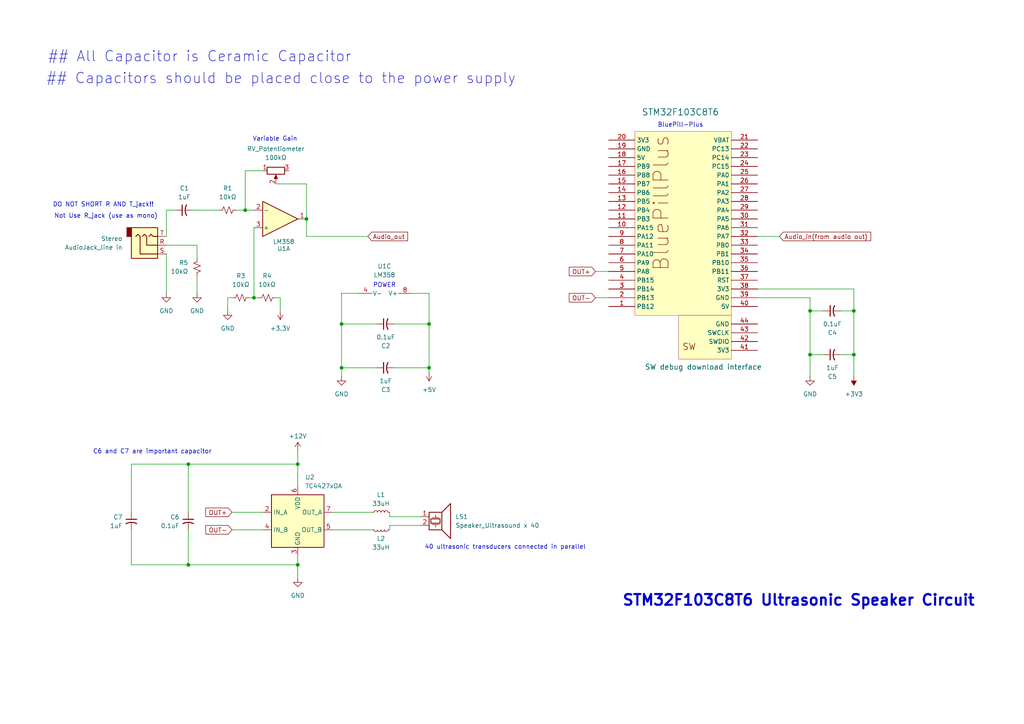
<source format=kicad_sch>
(kicad_sch
	(version 20250114)
	(generator "eeschema")
	(generator_version "9.0")
	(uuid "6760ec7d-a76d-4746-af25-21da871fe551")
	(paper "A4")
	(title_block
		(title "STM32F103C8T6 Ultrasonic Speaker Circuit")
		(date "2025-06-01")
		(rev "4.0")
	)
	(lib_symbols
		(symbol "Amplifier_Operational:LM358"
			(pin_names
				(offset 0.127)
			)
			(exclude_from_sim no)
			(in_bom yes)
			(on_board yes)
			(property "Reference" "U"
				(at 0 5.08 0)
				(effects
					(font
						(size 1.27 1.27)
					)
					(justify left)
				)
			)
			(property "Value" "LM358"
				(at 0 -5.08 0)
				(effects
					(font
						(size 1.27 1.27)
					)
					(justify left)
				)
			)
			(property "Footprint" ""
				(at 0 0 0)
				(effects
					(font
						(size 1.27 1.27)
					)
					(hide yes)
				)
			)
			(property "Datasheet" "http://www.ti.com/lit/ds/symlink/lm2904-n.pdf"
				(at 0 0 0)
				(effects
					(font
						(size 1.27 1.27)
					)
					(hide yes)
				)
			)
			(property "Description" "Low-Power, Dual Operational Amplifiers, DIP-8/SOIC-8/TO-99-8"
				(at 0 0 0)
				(effects
					(font
						(size 1.27 1.27)
					)
					(hide yes)
				)
			)
			(property "ki_locked" ""
				(at 0 0 0)
				(effects
					(font
						(size 1.27 1.27)
					)
				)
			)
			(property "ki_keywords" "dual opamp"
				(at 0 0 0)
				(effects
					(font
						(size 1.27 1.27)
					)
					(hide yes)
				)
			)
			(property "ki_fp_filters" "SOIC*3.9x4.9mm*P1.27mm* DIP*W7.62mm* TO*99* OnSemi*Micro8* TSSOP*3x3mm*P0.65mm* TSSOP*4.4x3mm*P0.65mm* MSOP*3x3mm*P0.65mm* SSOP*3.9x4.9mm*P0.635mm* LFCSP*2x2mm*P0.5mm* *SIP* SOIC*5.3x6.2mm*P1.27mm*"
				(at 0 0 0)
				(effects
					(font
						(size 1.27 1.27)
					)
					(hide yes)
				)
			)
			(symbol "LM358_1_1"
				(polyline
					(pts
						(xy -5.08 5.08) (xy 5.08 0) (xy -5.08 -5.08) (xy -5.08 5.08)
					)
					(stroke
						(width 0.254)
						(type default)
					)
					(fill
						(type background)
					)
				)
				(pin input line
					(at -7.62 2.54 0)
					(length 2.54)
					(name "+"
						(effects
							(font
								(size 1.27 1.27)
							)
						)
					)
					(number "3"
						(effects
							(font
								(size 1.27 1.27)
							)
						)
					)
				)
				(pin input line
					(at -7.62 -2.54 0)
					(length 2.54)
					(name "-"
						(effects
							(font
								(size 1.27 1.27)
							)
						)
					)
					(number "2"
						(effects
							(font
								(size 1.27 1.27)
							)
						)
					)
				)
				(pin output line
					(at 7.62 0 180)
					(length 2.54)
					(name "~"
						(effects
							(font
								(size 1.27 1.27)
							)
						)
					)
					(number "1"
						(effects
							(font
								(size 1.27 1.27)
							)
						)
					)
				)
			)
			(symbol "LM358_2_1"
				(polyline
					(pts
						(xy -5.08 5.08) (xy 5.08 0) (xy -5.08 -5.08) (xy -5.08 5.08)
					)
					(stroke
						(width 0.254)
						(type default)
					)
					(fill
						(type background)
					)
				)
				(pin input line
					(at -7.62 2.54 0)
					(length 2.54)
					(name "+"
						(effects
							(font
								(size 1.27 1.27)
							)
						)
					)
					(number "5"
						(effects
							(font
								(size 1.27 1.27)
							)
						)
					)
				)
				(pin input line
					(at -7.62 -2.54 0)
					(length 2.54)
					(name "-"
						(effects
							(font
								(size 1.27 1.27)
							)
						)
					)
					(number "6"
						(effects
							(font
								(size 1.27 1.27)
							)
						)
					)
				)
				(pin output line
					(at 7.62 0 180)
					(length 2.54)
					(name "~"
						(effects
							(font
								(size 1.27 1.27)
							)
						)
					)
					(number "7"
						(effects
							(font
								(size 1.27 1.27)
							)
						)
					)
				)
			)
			(symbol "LM358_3_1"
				(pin power_in line
					(at -2.54 7.62 270)
					(length 3.81)
					(name "V+"
						(effects
							(font
								(size 1.27 1.27)
							)
						)
					)
					(number "8"
						(effects
							(font
								(size 1.27 1.27)
							)
						)
					)
				)
				(pin power_in line
					(at -2.54 -7.62 90)
					(length 3.81)
					(name "V-"
						(effects
							(font
								(size 1.27 1.27)
							)
						)
					)
					(number "4"
						(effects
							(font
								(size 1.27 1.27)
							)
						)
					)
				)
			)
			(embedded_fonts no)
		)
		(symbol "BluePill-Plus:BluePillPlus"
			(exclude_from_sim no)
			(in_bom yes)
			(on_board yes)
			(property "Reference" ""
				(at -1.27 1.27 0)
				(effects
					(font
						(size 1.8288 1.8288)
					)
				)
			)
			(property "Value" "U?"
				(at -1.27 -3.81 0)
				(effects
					(font
						(size 1.8288 1.8288)
					)
					(justify left bottom)
				)
			)
			(property "Footprint" "BluePillPlus:BluePillPlus"
				(at 0 0 0)
				(effects
					(font
						(size 1.27 1.27)
					)
					(hide yes)
				)
			)
			(property "Datasheet" ""
				(at 0 0 0)
				(effects
					(font
						(size 1.27 1.27)
					)
					(hide yes)
				)
			)
			(property "Description" "BluePillPlus"
				(at 0 0 0)
				(effects
					(font
						(size 1.27 1.27)
					)
					(hide yes)
				)
			)
			(property "ComponentLink1Description" "WeAct Studio"
				(at -18.288 -30.48 0)
				(effects
					(font
						(size 1.8288 1.8288)
					)
					(justify left bottom)
					(hide yes)
				)
			)
			(property "ComponentLink1URL" "WeAct-TC.cn"
				(at -18.288 -30.48 0)
				(effects
					(font
						(size 1.8288 1.8288)
					)
					(justify left bottom)
					(hide yes)
				)
			)
			(property "ComponentLink2Description" "BluePillPlus Github"
				(at -18.288 -30.48 0)
				(effects
					(font
						(size 1.8288 1.8288)
					)
					(justify left bottom)
					(hide yes)
				)
			)
			(property "ComponentLink2URL" "https://github.com/WeActTC/BluePill-Plus"
				(at -18.288 -30.48 0)
				(effects
					(font
						(size 1.8288 1.8288)
					)
					(justify left bottom)
					(hide yes)
				)
			)
			(property "ComponentLink3Description" "BluePillPlus Gitee"
				(at -18.288 -30.48 0)
				(effects
					(font
						(size 1.8288 1.8288)
					)
					(justify left bottom)
					(hide yes)
				)
			)
			(property "ComponentLink3URL" "https://gitee.com/WeAct-TC/BluePill-Plus"
				(at -18.288 -30.48 0)
				(effects
					(font
						(size 1.8288 1.8288)
					)
					(justify left bottom)
					(hide yes)
				)
			)
			(property "ki_fp_filters" "*BluePillPlus*"
				(at 0 0 0)
				(effects
					(font
						(size 1.27 1.27)
					)
					(hide yes)
				)
			)
			(symbol "BluePillPlus_1_0"
				(rectangle
					(start 17.78 25.4)
					(end -10.16 -27.94)
					(stroke
						(width 0.0254)
						(type solid)
						(color 128 0 0 1)
					)
					(fill
						(type background)
					)
				)
				(text "BluePillPlus"
					(at 0 12.7 900)
					(effects
						(font
							(size 4.3688 4.3688)
						)
						(justify right bottom)
					)
				)
				(pin passive line
					(at -17.78 22.86 0)
					(length 7.62)
					(name "PB12"
						(effects
							(font
								(size 1.27 1.27)
							)
						)
					)
					(number "1"
						(effects
							(font
								(size 1.27 1.27)
							)
						)
					)
				)
				(pin passive line
					(at -17.78 20.32 0)
					(length 7.62)
					(name "PB13"
						(effects
							(font
								(size 1.27 1.27)
							)
						)
					)
					(number "2"
						(effects
							(font
								(size 1.27 1.27)
							)
						)
					)
				)
				(pin passive line
					(at -17.78 17.78 0)
					(length 7.62)
					(name "PB14"
						(effects
							(font
								(size 1.27 1.27)
							)
						)
					)
					(number "3"
						(effects
							(font
								(size 1.27 1.27)
							)
						)
					)
				)
				(pin passive line
					(at -17.78 15.24 0)
					(length 7.62)
					(name "PB15"
						(effects
							(font
								(size 1.27 1.27)
							)
						)
					)
					(number "4"
						(effects
							(font
								(size 1.27 1.27)
							)
						)
					)
				)
				(pin passive line
					(at -17.78 12.7 0)
					(length 7.62)
					(name "PA8"
						(effects
							(font
								(size 1.27 1.27)
							)
						)
					)
					(number "5"
						(effects
							(font
								(size 1.27 1.27)
							)
						)
					)
				)
				(pin passive line
					(at -17.78 10.16 0)
					(length 7.62)
					(name "PA9"
						(effects
							(font
								(size 1.27 1.27)
							)
						)
					)
					(number "6"
						(effects
							(font
								(size 1.27 1.27)
							)
						)
					)
				)
				(pin passive line
					(at -17.78 7.62 0)
					(length 7.62)
					(name "PA10"
						(effects
							(font
								(size 1.27 1.27)
							)
						)
					)
					(number "7"
						(effects
							(font
								(size 1.27 1.27)
							)
						)
					)
				)
				(pin passive line
					(at -17.78 5.08 0)
					(length 7.62)
					(name "PA11"
						(effects
							(font
								(size 1.27 1.27)
							)
						)
					)
					(number "8"
						(effects
							(font
								(size 1.27 1.27)
							)
						)
					)
				)
				(pin passive line
					(at -17.78 2.54 0)
					(length 7.62)
					(name "PA12"
						(effects
							(font
								(size 1.27 1.27)
							)
						)
					)
					(number "9"
						(effects
							(font
								(size 1.27 1.27)
							)
						)
					)
				)
				(pin passive line
					(at -17.78 0 0)
					(length 7.62)
					(name "PA15"
						(effects
							(font
								(size 1.27 1.27)
							)
						)
					)
					(number "10"
						(effects
							(font
								(size 1.27 1.27)
							)
						)
					)
				)
				(pin passive line
					(at -17.78 -2.54 0)
					(length 7.62)
					(name "PB3"
						(effects
							(font
								(size 1.27 1.27)
							)
						)
					)
					(number "11"
						(effects
							(font
								(size 1.27 1.27)
							)
						)
					)
				)
				(pin passive line
					(at -17.78 -5.08 0)
					(length 7.62)
					(name "PB4"
						(effects
							(font
								(size 1.27 1.27)
							)
						)
					)
					(number "12"
						(effects
							(font
								(size 1.27 1.27)
							)
						)
					)
				)
				(pin passive line
					(at -17.78 -7.62 0)
					(length 7.62)
					(name "PB5"
						(effects
							(font
								(size 1.27 1.27)
							)
						)
					)
					(number "13"
						(effects
							(font
								(size 1.27 1.27)
							)
						)
					)
				)
				(pin passive line
					(at -17.78 -10.16 0)
					(length 7.62)
					(name "PB6"
						(effects
							(font
								(size 1.27 1.27)
							)
						)
					)
					(number "14"
						(effects
							(font
								(size 1.27 1.27)
							)
						)
					)
				)
				(pin passive line
					(at -17.78 -12.7 0)
					(length 7.62)
					(name "PB7"
						(effects
							(font
								(size 1.27 1.27)
							)
						)
					)
					(number "15"
						(effects
							(font
								(size 1.27 1.27)
							)
						)
					)
				)
				(pin passive line
					(at -17.78 -15.24 0)
					(length 7.62)
					(name "PB8"
						(effects
							(font
								(size 1.27 1.27)
							)
						)
					)
					(number "16"
						(effects
							(font
								(size 1.27 1.27)
							)
						)
					)
				)
				(pin passive line
					(at -17.78 -17.78 0)
					(length 7.62)
					(name "PB9"
						(effects
							(font
								(size 1.27 1.27)
							)
						)
					)
					(number "17"
						(effects
							(font
								(size 1.27 1.27)
							)
						)
					)
				)
				(pin passive line
					(at -17.78 -20.32 0)
					(length 7.62)
					(name "5V"
						(effects
							(font
								(size 1.27 1.27)
							)
						)
					)
					(number "18"
						(effects
							(font
								(size 1.27 1.27)
							)
						)
					)
				)
				(pin passive line
					(at -17.78 -22.86 0)
					(length 7.62)
					(name "GND"
						(effects
							(font
								(size 1.27 1.27)
							)
						)
					)
					(number "19"
						(effects
							(font
								(size 1.27 1.27)
							)
						)
					)
				)
				(pin passive line
					(at -17.78 -25.4 0)
					(length 7.62)
					(name "3V3"
						(effects
							(font
								(size 1.27 1.27)
							)
						)
					)
					(number "20"
						(effects
							(font
								(size 1.27 1.27)
							)
						)
					)
				)
				(pin passive line
					(at 25.4 22.86 180)
					(length 7.62)
					(name "5V"
						(effects
							(font
								(size 1.27 1.27)
							)
						)
					)
					(number "40"
						(effects
							(font
								(size 1.27 1.27)
							)
						)
					)
				)
				(pin passive line
					(at 25.4 20.32 180)
					(length 7.62)
					(name "GND"
						(effects
							(font
								(size 1.27 1.27)
							)
						)
					)
					(number "39"
						(effects
							(font
								(size 1.27 1.27)
							)
						)
					)
				)
				(pin passive line
					(at 25.4 17.78 180)
					(length 7.62)
					(name "3V3"
						(effects
							(font
								(size 1.27 1.27)
							)
						)
					)
					(number "38"
						(effects
							(font
								(size 1.27 1.27)
							)
						)
					)
				)
				(pin passive line
					(at 25.4 15.24 180)
					(length 7.62)
					(name "RST"
						(effects
							(font
								(size 1.27 1.27)
							)
						)
					)
					(number "37"
						(effects
							(font
								(size 1.27 1.27)
							)
						)
					)
				)
				(pin passive line
					(at 25.4 12.7 180)
					(length 7.62)
					(name "PB11"
						(effects
							(font
								(size 1.27 1.27)
							)
						)
					)
					(number "36"
						(effects
							(font
								(size 1.27 1.27)
							)
						)
					)
				)
				(pin passive line
					(at 25.4 10.16 180)
					(length 7.62)
					(name "PB10"
						(effects
							(font
								(size 1.27 1.27)
							)
						)
					)
					(number "35"
						(effects
							(font
								(size 1.27 1.27)
							)
						)
					)
				)
				(pin passive line
					(at 25.4 7.62 180)
					(length 7.62)
					(name "PB1"
						(effects
							(font
								(size 1.27 1.27)
							)
						)
					)
					(number "34"
						(effects
							(font
								(size 1.27 1.27)
							)
						)
					)
				)
				(pin passive line
					(at 25.4 5.08 180)
					(length 7.62)
					(name "PB0"
						(effects
							(font
								(size 1.27 1.27)
							)
						)
					)
					(number "33"
						(effects
							(font
								(size 1.27 1.27)
							)
						)
					)
				)
				(pin passive line
					(at 25.4 2.54 180)
					(length 7.62)
					(name "PA7"
						(effects
							(font
								(size 1.27 1.27)
							)
						)
					)
					(number "32"
						(effects
							(font
								(size 1.27 1.27)
							)
						)
					)
				)
				(pin passive line
					(at 25.4 0 180)
					(length 7.62)
					(name "PA6"
						(effects
							(font
								(size 1.27 1.27)
							)
						)
					)
					(number "31"
						(effects
							(font
								(size 1.27 1.27)
							)
						)
					)
				)
				(pin passive line
					(at 25.4 -2.54 180)
					(length 7.62)
					(name "PA5"
						(effects
							(font
								(size 1.27 1.27)
							)
						)
					)
					(number "30"
						(effects
							(font
								(size 1.27 1.27)
							)
						)
					)
				)
				(pin passive line
					(at 25.4 -5.08 180)
					(length 7.62)
					(name "PA4"
						(effects
							(font
								(size 1.27 1.27)
							)
						)
					)
					(number "29"
						(effects
							(font
								(size 1.27 1.27)
							)
						)
					)
				)
				(pin passive line
					(at 25.4 -7.62 180)
					(length 7.62)
					(name "PA3"
						(effects
							(font
								(size 1.27 1.27)
							)
						)
					)
					(number "28"
						(effects
							(font
								(size 1.27 1.27)
							)
						)
					)
				)
				(pin passive line
					(at 25.4 -10.16 180)
					(length 7.62)
					(name "PA2"
						(effects
							(font
								(size 1.27 1.27)
							)
						)
					)
					(number "27"
						(effects
							(font
								(size 1.27 1.27)
							)
						)
					)
				)
				(pin passive line
					(at 25.4 -12.7 180)
					(length 7.62)
					(name "PA1"
						(effects
							(font
								(size 1.27 1.27)
							)
						)
					)
					(number "26"
						(effects
							(font
								(size 1.27 1.27)
							)
						)
					)
				)
				(pin passive line
					(at 25.4 -15.24 180)
					(length 7.62)
					(name "PA0"
						(effects
							(font
								(size 1.27 1.27)
							)
						)
					)
					(number "25"
						(effects
							(font
								(size 1.27 1.27)
							)
						)
					)
				)
				(pin passive line
					(at 25.4 -17.78 180)
					(length 7.62)
					(name "PC15"
						(effects
							(font
								(size 1.27 1.27)
							)
						)
					)
					(number "24"
						(effects
							(font
								(size 1.27 1.27)
							)
						)
					)
				)
				(pin passive line
					(at 25.4 -20.32 180)
					(length 7.62)
					(name "PC14"
						(effects
							(font
								(size 1.27 1.27)
							)
						)
					)
					(number "23"
						(effects
							(font
								(size 1.27 1.27)
							)
						)
					)
				)
				(pin passive line
					(at 25.4 -22.86 180)
					(length 7.62)
					(name "PC13"
						(effects
							(font
								(size 1.27 1.27)
							)
						)
					)
					(number "22"
						(effects
							(font
								(size 1.27 1.27)
							)
						)
					)
				)
				(pin passive line
					(at 25.4 -25.4 180)
					(length 7.62)
					(name "VBAT"
						(effects
							(font
								(size 1.27 1.27)
							)
						)
					)
					(number "21"
						(effects
							(font
								(size 1.27 1.27)
							)
						)
					)
				)
			)
			(symbol "BluePillPlus_2_0"
				(rectangle
					(start 10.16 5.08)
					(end -5.08 -7.62)
					(stroke
						(width 0.0254)
						(type solid)
						(color 128 0 0 1)
					)
					(fill
						(type background)
					)
				)
				(text "SW"
					(at 5.08 -5.08 0)
					(effects
						(font
							(size 1.8288 1.8288)
						)
						(justify left bottom)
					)
				)
				(pin passive line
					(at -12.7 2.54 0)
					(length 7.62)
					(name "GND"
						(effects
							(font
								(size 1.27 1.27)
							)
						)
					)
					(number "44"
						(effects
							(font
								(size 1.27 1.27)
							)
						)
					)
				)
				(pin passive line
					(at -12.7 0 0)
					(length 7.62)
					(name "SWCLK"
						(effects
							(font
								(size 1.27 1.27)
							)
						)
					)
					(number "43"
						(effects
							(font
								(size 1.27 1.27)
							)
						)
					)
				)
				(pin passive line
					(at -12.7 -2.54 0)
					(length 7.62)
					(name "SWDIO"
						(effects
							(font
								(size 1.27 1.27)
							)
						)
					)
					(number "42"
						(effects
							(font
								(size 1.27 1.27)
							)
						)
					)
				)
				(pin passive line
					(at -12.7 -5.08 0)
					(length 7.62)
					(name "3V3"
						(effects
							(font
								(size 1.27 1.27)
							)
						)
					)
					(number "41"
						(effects
							(font
								(size 1.27 1.27)
							)
						)
					)
				)
			)
			(embedded_fonts no)
		)
		(symbol "Connector_Audio:AudioJack3"
			(exclude_from_sim no)
			(in_bom yes)
			(on_board yes)
			(property "Reference" "J"
				(at 0 8.89 0)
				(effects
					(font
						(size 1.27 1.27)
					)
				)
			)
			(property "Value" "AudioJack3"
				(at 0 6.35 0)
				(effects
					(font
						(size 1.27 1.27)
					)
				)
			)
			(property "Footprint" ""
				(at 0 0 0)
				(effects
					(font
						(size 1.27 1.27)
					)
					(hide yes)
				)
			)
			(property "Datasheet" "~"
				(at 0 0 0)
				(effects
					(font
						(size 1.27 1.27)
					)
					(hide yes)
				)
			)
			(property "Description" "Audio Jack, 3 Poles (Stereo / TRS)"
				(at 0 0 0)
				(effects
					(font
						(size 1.27 1.27)
					)
					(hide yes)
				)
			)
			(property "ki_keywords" "audio jack receptacle stereo headphones phones TRS connector"
				(at 0 0 0)
				(effects
					(font
						(size 1.27 1.27)
					)
					(hide yes)
				)
			)
			(property "ki_fp_filters" "Jack*"
				(at 0 0 0)
				(effects
					(font
						(size 1.27 1.27)
					)
					(hide yes)
				)
			)
			(symbol "AudioJack3_0_1"
				(rectangle
					(start -5.08 -5.08)
					(end -6.35 -2.54)
					(stroke
						(width 0.254)
						(type default)
					)
					(fill
						(type outline)
					)
				)
				(polyline
					(pts
						(xy -1.905 -2.54) (xy -1.27 -3.175) (xy -0.635 -2.54) (xy -0.635 0) (xy 2.54 0)
					)
					(stroke
						(width 0.254)
						(type default)
					)
					(fill
						(type none)
					)
				)
				(polyline
					(pts
						(xy 0 -2.54) (xy 0.635 -3.175) (xy 1.27 -2.54) (xy 2.54 -2.54)
					)
					(stroke
						(width 0.254)
						(type default)
					)
					(fill
						(type none)
					)
				)
				(rectangle
					(start 2.54 3.81)
					(end -5.08 -5.08)
					(stroke
						(width 0.254)
						(type default)
					)
					(fill
						(type background)
					)
				)
				(polyline
					(pts
						(xy 2.54 2.54) (xy -2.54 2.54) (xy -2.54 -2.54) (xy -3.175 -3.175) (xy -3.81 -2.54)
					)
					(stroke
						(width 0.254)
						(type default)
					)
					(fill
						(type none)
					)
				)
			)
			(symbol "AudioJack3_1_1"
				(pin passive line
					(at 5.08 2.54 180)
					(length 2.54)
					(name "~"
						(effects
							(font
								(size 1.27 1.27)
							)
						)
					)
					(number "S"
						(effects
							(font
								(size 1.27 1.27)
							)
						)
					)
				)
				(pin passive line
					(at 5.08 0 180)
					(length 2.54)
					(name "~"
						(effects
							(font
								(size 1.27 1.27)
							)
						)
					)
					(number "R"
						(effects
							(font
								(size 1.27 1.27)
							)
						)
					)
				)
				(pin passive line
					(at 5.08 -2.54 180)
					(length 2.54)
					(name "~"
						(effects
							(font
								(size 1.27 1.27)
							)
						)
					)
					(number "T"
						(effects
							(font
								(size 1.27 1.27)
							)
						)
					)
				)
			)
			(embedded_fonts no)
		)
		(symbol "Device:C_Small_US"
			(pin_numbers
				(hide yes)
			)
			(pin_names
				(offset 0.254)
				(hide yes)
			)
			(exclude_from_sim no)
			(in_bom yes)
			(on_board yes)
			(property "Reference" "C"
				(at 0.254 1.778 0)
				(effects
					(font
						(size 1.27 1.27)
					)
					(justify left)
				)
			)
			(property "Value" "C_Small_US"
				(at 0.254 -2.032 0)
				(effects
					(font
						(size 1.27 1.27)
					)
					(justify left)
				)
			)
			(property "Footprint" ""
				(at 0 0 0)
				(effects
					(font
						(size 1.27 1.27)
					)
					(hide yes)
				)
			)
			(property "Datasheet" ""
				(at 0 0 0)
				(effects
					(font
						(size 1.27 1.27)
					)
					(hide yes)
				)
			)
			(property "Description" "capacitor, small US symbol"
				(at 0 0 0)
				(effects
					(font
						(size 1.27 1.27)
					)
					(hide yes)
				)
			)
			(property "ki_keywords" "cap capacitor"
				(at 0 0 0)
				(effects
					(font
						(size 1.27 1.27)
					)
					(hide yes)
				)
			)
			(property "ki_fp_filters" "C_*"
				(at 0 0 0)
				(effects
					(font
						(size 1.27 1.27)
					)
					(hide yes)
				)
			)
			(symbol "C_Small_US_0_1"
				(polyline
					(pts
						(xy -1.524 0.508) (xy 1.524 0.508)
					)
					(stroke
						(width 0.3048)
						(type default)
					)
					(fill
						(type none)
					)
				)
				(arc
					(start -1.524 -0.762)
					(mid 0 -0.3734)
					(end 1.524 -0.762)
					(stroke
						(width 0.3048)
						(type default)
					)
					(fill
						(type none)
					)
				)
			)
			(symbol "C_Small_US_1_1"
				(pin passive line
					(at 0 2.54 270)
					(length 2.032)
					(name "~"
						(effects
							(font
								(size 1.27 1.27)
							)
						)
					)
					(number "1"
						(effects
							(font
								(size 1.27 1.27)
							)
						)
					)
				)
				(pin passive line
					(at 0 -2.54 90)
					(length 2.032)
					(name "~"
						(effects
							(font
								(size 1.27 1.27)
							)
						)
					)
					(number "2"
						(effects
							(font
								(size 1.27 1.27)
							)
						)
					)
				)
			)
			(embedded_fonts no)
		)
		(symbol "Device:L_Small"
			(pin_numbers
				(hide yes)
			)
			(pin_names
				(offset 0.254)
				(hide yes)
			)
			(exclude_from_sim no)
			(in_bom yes)
			(on_board yes)
			(property "Reference" "L"
				(at 0.762 1.016 0)
				(effects
					(font
						(size 1.27 1.27)
					)
					(justify left)
				)
			)
			(property "Value" "L_Small"
				(at 0.762 -1.016 0)
				(effects
					(font
						(size 1.27 1.27)
					)
					(justify left)
				)
			)
			(property "Footprint" ""
				(at 0 0 0)
				(effects
					(font
						(size 1.27 1.27)
					)
					(hide yes)
				)
			)
			(property "Datasheet" "~"
				(at 0 0 0)
				(effects
					(font
						(size 1.27 1.27)
					)
					(hide yes)
				)
			)
			(property "Description" "Inductor, small symbol"
				(at 0 0 0)
				(effects
					(font
						(size 1.27 1.27)
					)
					(hide yes)
				)
			)
			(property "ki_keywords" "inductor choke coil reactor magnetic"
				(at 0 0 0)
				(effects
					(font
						(size 1.27 1.27)
					)
					(hide yes)
				)
			)
			(property "ki_fp_filters" "Choke_* *Coil* Inductor_* L_*"
				(at 0 0 0)
				(effects
					(font
						(size 1.27 1.27)
					)
					(hide yes)
				)
			)
			(symbol "L_Small_0_1"
				(arc
					(start 0 2.032)
					(mid 0.5058 1.524)
					(end 0 1.016)
					(stroke
						(width 0)
						(type default)
					)
					(fill
						(type none)
					)
				)
				(arc
					(start 0 1.016)
					(mid 0.5058 0.508)
					(end 0 0)
					(stroke
						(width 0)
						(type default)
					)
					(fill
						(type none)
					)
				)
				(arc
					(start 0 0)
					(mid 0.5058 -0.508)
					(end 0 -1.016)
					(stroke
						(width 0)
						(type default)
					)
					(fill
						(type none)
					)
				)
				(arc
					(start 0 -1.016)
					(mid 0.5058 -1.524)
					(end 0 -2.032)
					(stroke
						(width 0)
						(type default)
					)
					(fill
						(type none)
					)
				)
			)
			(symbol "L_Small_1_1"
				(pin passive line
					(at 0 2.54 270)
					(length 0.508)
					(name "~"
						(effects
							(font
								(size 1.27 1.27)
							)
						)
					)
					(number "1"
						(effects
							(font
								(size 1.27 1.27)
							)
						)
					)
				)
				(pin passive line
					(at 0 -2.54 90)
					(length 0.508)
					(name "~"
						(effects
							(font
								(size 1.27 1.27)
							)
						)
					)
					(number "2"
						(effects
							(font
								(size 1.27 1.27)
							)
						)
					)
				)
			)
			(embedded_fonts no)
		)
		(symbol "Device:R_Potentiometer"
			(pin_names
				(offset 1.016)
				(hide yes)
			)
			(exclude_from_sim no)
			(in_bom yes)
			(on_board yes)
			(property "Reference" "RV"
				(at -4.445 0 90)
				(effects
					(font
						(size 1.27 1.27)
					)
				)
			)
			(property "Value" "R_Potentiometer"
				(at -2.54 0 90)
				(effects
					(font
						(size 1.27 1.27)
					)
				)
			)
			(property "Footprint" ""
				(at 0 0 0)
				(effects
					(font
						(size 1.27 1.27)
					)
					(hide yes)
				)
			)
			(property "Datasheet" "~"
				(at 0 0 0)
				(effects
					(font
						(size 1.27 1.27)
					)
					(hide yes)
				)
			)
			(property "Description" "Potentiometer"
				(at 0 0 0)
				(effects
					(font
						(size 1.27 1.27)
					)
					(hide yes)
				)
			)
			(property "ki_keywords" "resistor variable"
				(at 0 0 0)
				(effects
					(font
						(size 1.27 1.27)
					)
					(hide yes)
				)
			)
			(property "ki_fp_filters" "Potentiometer*"
				(at 0 0 0)
				(effects
					(font
						(size 1.27 1.27)
					)
					(hide yes)
				)
			)
			(symbol "R_Potentiometer_0_1"
				(rectangle
					(start 1.016 2.54)
					(end -1.016 -2.54)
					(stroke
						(width 0.254)
						(type default)
					)
					(fill
						(type none)
					)
				)
				(polyline
					(pts
						(xy 1.143 0) (xy 2.286 0.508) (xy 2.286 -0.508) (xy 1.143 0)
					)
					(stroke
						(width 0)
						(type default)
					)
					(fill
						(type outline)
					)
				)
				(polyline
					(pts
						(xy 2.54 0) (xy 1.524 0)
					)
					(stroke
						(width 0)
						(type default)
					)
					(fill
						(type none)
					)
				)
			)
			(symbol "R_Potentiometer_1_1"
				(pin passive line
					(at 0 3.81 270)
					(length 1.27)
					(name "1"
						(effects
							(font
								(size 1.27 1.27)
							)
						)
					)
					(number "1"
						(effects
							(font
								(size 1.27 1.27)
							)
						)
					)
				)
				(pin passive line
					(at 0 -3.81 90)
					(length 1.27)
					(name "3"
						(effects
							(font
								(size 1.27 1.27)
							)
						)
					)
					(number "3"
						(effects
							(font
								(size 1.27 1.27)
							)
						)
					)
				)
				(pin passive line
					(at 3.81 0 180)
					(length 1.27)
					(name "2"
						(effects
							(font
								(size 1.27 1.27)
							)
						)
					)
					(number "2"
						(effects
							(font
								(size 1.27 1.27)
							)
						)
					)
				)
			)
			(embedded_fonts no)
		)
		(symbol "Device:R_Small_US"
			(pin_numbers
				(hide yes)
			)
			(pin_names
				(offset 0.254)
				(hide yes)
			)
			(exclude_from_sim no)
			(in_bom yes)
			(on_board yes)
			(property "Reference" "R"
				(at 0.762 0.508 0)
				(effects
					(font
						(size 1.27 1.27)
					)
					(justify left)
				)
			)
			(property "Value" "R_Small_US"
				(at 0.762 -1.016 0)
				(effects
					(font
						(size 1.27 1.27)
					)
					(justify left)
				)
			)
			(property "Footprint" ""
				(at 0 0 0)
				(effects
					(font
						(size 1.27 1.27)
					)
					(hide yes)
				)
			)
			(property "Datasheet" "~"
				(at 0 0 0)
				(effects
					(font
						(size 1.27 1.27)
					)
					(hide yes)
				)
			)
			(property "Description" "Resistor, small US symbol"
				(at 0 0 0)
				(effects
					(font
						(size 1.27 1.27)
					)
					(hide yes)
				)
			)
			(property "ki_keywords" "r resistor"
				(at 0 0 0)
				(effects
					(font
						(size 1.27 1.27)
					)
					(hide yes)
				)
			)
			(property "ki_fp_filters" "R_*"
				(at 0 0 0)
				(effects
					(font
						(size 1.27 1.27)
					)
					(hide yes)
				)
			)
			(symbol "R_Small_US_1_1"
				(polyline
					(pts
						(xy 0 1.524) (xy 1.016 1.143) (xy 0 0.762) (xy -1.016 0.381) (xy 0 0)
					)
					(stroke
						(width 0)
						(type default)
					)
					(fill
						(type none)
					)
				)
				(polyline
					(pts
						(xy 0 0) (xy 1.016 -0.381) (xy 0 -0.762) (xy -1.016 -1.143) (xy 0 -1.524)
					)
					(stroke
						(width 0)
						(type default)
					)
					(fill
						(type none)
					)
				)
				(pin passive line
					(at 0 2.54 270)
					(length 1.016)
					(name "~"
						(effects
							(font
								(size 1.27 1.27)
							)
						)
					)
					(number "1"
						(effects
							(font
								(size 1.27 1.27)
							)
						)
					)
				)
				(pin passive line
					(at 0 -2.54 90)
					(length 1.016)
					(name "~"
						(effects
							(font
								(size 1.27 1.27)
							)
						)
					)
					(number "2"
						(effects
							(font
								(size 1.27 1.27)
							)
						)
					)
				)
			)
			(embedded_fonts no)
		)
		(symbol "Device:Speaker_Ultrasound"
			(pin_names
				(offset 0)
				(hide yes)
			)
			(exclude_from_sim no)
			(in_bom yes)
			(on_board yes)
			(property "Reference" "LS"
				(at 0.635 5.715 0)
				(effects
					(font
						(size 1.27 1.27)
					)
					(justify right)
				)
			)
			(property "Value" "Speaker_Ultrasound"
				(at 0.635 3.81 0)
				(effects
					(font
						(size 1.27 1.27)
					)
					(justify right)
				)
			)
			(property "Footprint" ""
				(at -0.889 -1.27 0)
				(effects
					(font
						(size 1.27 1.27)
					)
					(hide yes)
				)
			)
			(property "Datasheet" "~"
				(at -0.889 -1.27 0)
				(effects
					(font
						(size 1.27 1.27)
					)
					(hide yes)
				)
			)
			(property "Description" "Ultrasonic transducer"
				(at 0 0 0)
				(effects
					(font
						(size 1.27 1.27)
					)
					(hide yes)
				)
			)
			(property "ki_keywords" "crystal speaker ultrasonic transducer"
				(at 0 0 0)
				(effects
					(font
						(size 1.27 1.27)
					)
					(hide yes)
				)
			)
			(symbol "Speaker_Ultrasound_0_0"
				(rectangle
					(start -2.54 1.27)
					(end 1.143 -3.81)
					(stroke
						(width 0.254)
						(type default)
					)
					(fill
						(type none)
					)
				)
				(rectangle
					(start -2.032 -0.635)
					(end 0.635 -1.905)
					(stroke
						(width 0.254)
						(type default)
					)
					(fill
						(type none)
					)
				)
				(polyline
					(pts
						(xy -1.651 -0.254) (xy 0.381 -0.254)
					)
					(stroke
						(width 0)
						(type default)
					)
					(fill
						(type none)
					)
				)
				(polyline
					(pts
						(xy -1.651 -2.286) (xy 0.381 -2.286)
					)
					(stroke
						(width 0)
						(type default)
					)
					(fill
						(type none)
					)
				)
				(polyline
					(pts
						(xy -0.635 -0.254) (xy -0.635 0.508)
					)
					(stroke
						(width 0)
						(type default)
					)
					(fill
						(type none)
					)
				)
				(polyline
					(pts
						(xy -0.635 -2.286) (xy -0.635 -3.048)
					)
					(stroke
						(width 0)
						(type default)
					)
					(fill
						(type none)
					)
				)
				(polyline
					(pts
						(xy 1.143 1.27) (xy 3.683 3.81) (xy 3.683 -6.35) (xy 1.143 -3.81)
					)
					(stroke
						(width 0.254)
						(type default)
					)
					(fill
						(type none)
					)
				)
			)
			(symbol "Speaker_Ultrasound_1_1"
				(pin input line
					(at -5.08 0 0)
					(length 2.54)
					(name "1"
						(effects
							(font
								(size 1.27 1.27)
							)
						)
					)
					(number "1"
						(effects
							(font
								(size 1.27 1.27)
							)
						)
					)
				)
				(pin input line
					(at -5.08 -2.54 0)
					(length 2.54)
					(name "2"
						(effects
							(font
								(size 1.27 1.27)
							)
						)
					)
					(number "2"
						(effects
							(font
								(size 1.27 1.27)
							)
						)
					)
				)
			)
			(embedded_fonts no)
		)
		(symbol "Driver_FET:TC4427xOA"
			(exclude_from_sim no)
			(in_bom yes)
			(on_board yes)
			(property "Reference" "U"
				(at -7.62 8.89 0)
				(effects
					(font
						(size 1.27 1.27)
					)
					(justify left)
				)
			)
			(property "Value" "TC4427xOA"
				(at 1.27 8.89 0)
				(effects
					(font
						(size 1.27 1.27)
					)
					(justify left)
				)
			)
			(property "Footprint" "Package_SO:SOIC-8_3.9x4.9mm_P1.27mm"
				(at 0.508 -15.24 0)
				(effects
					(font
						(size 1.27 1.27)
					)
					(hide yes)
				)
			)
			(property "Datasheet" "https://ww1.microchip.com/downloads/en/DeviceDoc/20001422G.pdf"
				(at 0.508 -13.208 0)
				(effects
					(font
						(size 1.27 1.27)
					)
					(hide yes)
				)
			)
			(property "Description" "1.5A Dual High-Speed Power MOSFET Drivers, 4.5...18V supply, TTL/CMOS compatible inputs, non-inverting drivers, SOIC-8"
				(at 0 -11.176 0)
				(effects
					(font
						(size 1.27 1.27)
					)
					(hide yes)
				)
			)
			(property "ki_keywords" "ESD push-pull"
				(at 0 0 0)
				(effects
					(font
						(size 1.27 1.27)
					)
					(hide yes)
				)
			)
			(property "ki_fp_filters" "*SO*3.9*4.*P1.27mm*"
				(at 0 0 0)
				(effects
					(font
						(size 1.27 1.27)
					)
					(hide yes)
				)
			)
			(symbol "TC4427xOA_0_1"
				(rectangle
					(start -7.62 -7.62)
					(end 7.62 7.62)
					(stroke
						(width 0.254)
						(type default)
					)
					(fill
						(type background)
					)
				)
			)
			(symbol "TC4427xOA_1_1"
				(pin input line
					(at -10.16 2.54 0)
					(length 2.54)
					(name "IN_A"
						(effects
							(font
								(size 1.27 1.27)
							)
						)
					)
					(number "2"
						(effects
							(font
								(size 1.27 1.27)
							)
						)
					)
				)
				(pin input line
					(at -10.16 -2.54 0)
					(length 2.54)
					(name "IN_B"
						(effects
							(font
								(size 1.27 1.27)
							)
						)
					)
					(number "4"
						(effects
							(font
								(size 1.27 1.27)
							)
						)
					)
				)
				(pin no_connect line
					(at -7.62 0 0)
					(length 2.54)
					(hide yes)
					(name "NC"
						(effects
							(font
								(size 1.27 1.27)
							)
						)
					)
					(number "1"
						(effects
							(font
								(size 1.27 1.27)
							)
						)
					)
				)
				(pin power_in line
					(at 0 10.16 270)
					(length 2.54)
					(name "VDD"
						(effects
							(font
								(size 1.27 1.27)
							)
						)
					)
					(number "6"
						(effects
							(font
								(size 1.27 1.27)
							)
						)
					)
				)
				(pin power_in line
					(at 0 -10.16 90)
					(length 2.54)
					(name "GND"
						(effects
							(font
								(size 1.27 1.27)
							)
						)
					)
					(number "3"
						(effects
							(font
								(size 1.27 1.27)
							)
						)
					)
				)
				(pin no_connect line
					(at 7.62 0 180)
					(length 2.54)
					(hide yes)
					(name "NC"
						(effects
							(font
								(size 1.27 1.27)
							)
						)
					)
					(number "8"
						(effects
							(font
								(size 1.27 1.27)
							)
						)
					)
				)
				(pin output line
					(at 10.16 2.54 180)
					(length 2.54)
					(name "OUT_A"
						(effects
							(font
								(size 1.27 1.27)
							)
						)
					)
					(number "7"
						(effects
							(font
								(size 1.27 1.27)
							)
						)
					)
				)
				(pin output line
					(at 10.16 -2.54 180)
					(length 2.54)
					(name "OUT_B"
						(effects
							(font
								(size 1.27 1.27)
							)
						)
					)
					(number "5"
						(effects
							(font
								(size 1.27 1.27)
							)
						)
					)
				)
			)
			(embedded_fonts no)
		)
		(symbol "power:+12V"
			(power)
			(pin_numbers
				(hide yes)
			)
			(pin_names
				(offset 0)
				(hide yes)
			)
			(exclude_from_sim no)
			(in_bom yes)
			(on_board yes)
			(property "Reference" "#PWR"
				(at 0 -3.81 0)
				(effects
					(font
						(size 1.27 1.27)
					)
					(hide yes)
				)
			)
			(property "Value" "+12V"
				(at 0 3.556 0)
				(effects
					(font
						(size 1.27 1.27)
					)
				)
			)
			(property "Footprint" ""
				(at 0 0 0)
				(effects
					(font
						(size 1.27 1.27)
					)
					(hide yes)
				)
			)
			(property "Datasheet" ""
				(at 0 0 0)
				(effects
					(font
						(size 1.27 1.27)
					)
					(hide yes)
				)
			)
			(property "Description" "Power symbol creates a global label with name \"+12V\""
				(at 0 0 0)
				(effects
					(font
						(size 1.27 1.27)
					)
					(hide yes)
				)
			)
			(property "ki_keywords" "global power"
				(at 0 0 0)
				(effects
					(font
						(size 1.27 1.27)
					)
					(hide yes)
				)
			)
			(symbol "+12V_0_1"
				(polyline
					(pts
						(xy -0.762 1.27) (xy 0 2.54)
					)
					(stroke
						(width 0)
						(type default)
					)
					(fill
						(type none)
					)
				)
				(polyline
					(pts
						(xy 0 2.54) (xy 0.762 1.27)
					)
					(stroke
						(width 0)
						(type default)
					)
					(fill
						(type none)
					)
				)
				(polyline
					(pts
						(xy 0 0) (xy 0 2.54)
					)
					(stroke
						(width 0)
						(type default)
					)
					(fill
						(type none)
					)
				)
			)
			(symbol "+12V_1_1"
				(pin power_in line
					(at 0 0 90)
					(length 0)
					(name "~"
						(effects
							(font
								(size 1.27 1.27)
							)
						)
					)
					(number "1"
						(effects
							(font
								(size 1.27 1.27)
							)
						)
					)
				)
			)
			(embedded_fonts no)
		)
		(symbol "power:+3.3V"
			(power)
			(pin_numbers
				(hide yes)
			)
			(pin_names
				(offset 0)
				(hide yes)
			)
			(exclude_from_sim no)
			(in_bom yes)
			(on_board yes)
			(property "Reference" "#PWR"
				(at 0 -3.81 0)
				(effects
					(font
						(size 1.27 1.27)
					)
					(hide yes)
				)
			)
			(property "Value" "+3.3V"
				(at 0 3.556 0)
				(effects
					(font
						(size 1.27 1.27)
					)
				)
			)
			(property "Footprint" ""
				(at 0 0 0)
				(effects
					(font
						(size 1.27 1.27)
					)
					(hide yes)
				)
			)
			(property "Datasheet" ""
				(at 0 0 0)
				(effects
					(font
						(size 1.27 1.27)
					)
					(hide yes)
				)
			)
			(property "Description" "Power symbol creates a global label with name \"+3.3V\""
				(at 0 0 0)
				(effects
					(font
						(size 1.27 1.27)
					)
					(hide yes)
				)
			)
			(property "ki_keywords" "global power"
				(at 0 0 0)
				(effects
					(font
						(size 1.27 1.27)
					)
					(hide yes)
				)
			)
			(symbol "+3.3V_0_1"
				(polyline
					(pts
						(xy -0.762 1.27) (xy 0 2.54)
					)
					(stroke
						(width 0)
						(type default)
					)
					(fill
						(type none)
					)
				)
				(polyline
					(pts
						(xy 0 2.54) (xy 0.762 1.27)
					)
					(stroke
						(width 0)
						(type default)
					)
					(fill
						(type none)
					)
				)
				(polyline
					(pts
						(xy 0 0) (xy 0 2.54)
					)
					(stroke
						(width 0)
						(type default)
					)
					(fill
						(type none)
					)
				)
			)
			(symbol "+3.3V_1_1"
				(pin power_in line
					(at 0 0 90)
					(length 0)
					(name "~"
						(effects
							(font
								(size 1.27 1.27)
							)
						)
					)
					(number "1"
						(effects
							(font
								(size 1.27 1.27)
							)
						)
					)
				)
			)
			(embedded_fonts no)
		)
		(symbol "power:+5V"
			(power)
			(pin_numbers
				(hide yes)
			)
			(pin_names
				(offset 0)
				(hide yes)
			)
			(exclude_from_sim no)
			(in_bom yes)
			(on_board yes)
			(property "Reference" "#PWR"
				(at 0 -3.81 0)
				(effects
					(font
						(size 1.27 1.27)
					)
					(hide yes)
				)
			)
			(property "Value" "+5V"
				(at 0 3.556 0)
				(effects
					(font
						(size 1.27 1.27)
					)
				)
			)
			(property "Footprint" ""
				(at 0 0 0)
				(effects
					(font
						(size 1.27 1.27)
					)
					(hide yes)
				)
			)
			(property "Datasheet" ""
				(at 0 0 0)
				(effects
					(font
						(size 1.27 1.27)
					)
					(hide yes)
				)
			)
			(property "Description" "Power symbol creates a global label with name \"+5V\""
				(at 0 0 0)
				(effects
					(font
						(size 1.27 1.27)
					)
					(hide yes)
				)
			)
			(property "ki_keywords" "global power"
				(at 0 0 0)
				(effects
					(font
						(size 1.27 1.27)
					)
					(hide yes)
				)
			)
			(symbol "+5V_0_1"
				(polyline
					(pts
						(xy -0.762 1.27) (xy 0 2.54)
					)
					(stroke
						(width 0)
						(type default)
					)
					(fill
						(type none)
					)
				)
				(polyline
					(pts
						(xy 0 2.54) (xy 0.762 1.27)
					)
					(stroke
						(width 0)
						(type default)
					)
					(fill
						(type none)
					)
				)
				(polyline
					(pts
						(xy 0 0) (xy 0 2.54)
					)
					(stroke
						(width 0)
						(type default)
					)
					(fill
						(type none)
					)
				)
			)
			(symbol "+5V_1_1"
				(pin power_in line
					(at 0 0 90)
					(length 0)
					(name "~"
						(effects
							(font
								(size 1.27 1.27)
							)
						)
					)
					(number "1"
						(effects
							(font
								(size 1.27 1.27)
							)
						)
					)
				)
			)
			(embedded_fonts no)
		)
		(symbol "power:-3V3"
			(power)
			(pin_numbers
				(hide yes)
			)
			(pin_names
				(offset 0)
				(hide yes)
			)
			(exclude_from_sim no)
			(in_bom yes)
			(on_board yes)
			(property "Reference" "#PWR"
				(at 0 -3.81 0)
				(effects
					(font
						(size 1.27 1.27)
					)
					(hide yes)
				)
			)
			(property "Value" "-3V3"
				(at 0 3.556 0)
				(effects
					(font
						(size 1.27 1.27)
					)
				)
			)
			(property "Footprint" ""
				(at 0 0 0)
				(effects
					(font
						(size 1.27 1.27)
					)
					(hide yes)
				)
			)
			(property "Datasheet" ""
				(at 0 0 0)
				(effects
					(font
						(size 1.27 1.27)
					)
					(hide yes)
				)
			)
			(property "Description" "Power symbol creates a global label with name \"-3V3\""
				(at 0 0 0)
				(effects
					(font
						(size 1.27 1.27)
					)
					(hide yes)
				)
			)
			(property "ki_keywords" "global power"
				(at 0 0 0)
				(effects
					(font
						(size 1.27 1.27)
					)
					(hide yes)
				)
			)
			(symbol "-3V3_0_0"
				(pin power_in line
					(at 0 0 90)
					(length 0)
					(name "~"
						(effects
							(font
								(size 1.27 1.27)
							)
						)
					)
					(number "1"
						(effects
							(font
								(size 1.27 1.27)
							)
						)
					)
				)
			)
			(symbol "-3V3_0_1"
				(polyline
					(pts
						(xy 0 0) (xy 0 1.27) (xy 0.762 1.27) (xy 0 2.54) (xy -0.762 1.27) (xy 0 1.27)
					)
					(stroke
						(width 0)
						(type default)
					)
					(fill
						(type outline)
					)
				)
			)
			(embedded_fonts no)
		)
		(symbol "power:GND"
			(power)
			(pin_numbers
				(hide yes)
			)
			(pin_names
				(offset 0)
				(hide yes)
			)
			(exclude_from_sim no)
			(in_bom yes)
			(on_board yes)
			(property "Reference" "#PWR"
				(at 0 -6.35 0)
				(effects
					(font
						(size 1.27 1.27)
					)
					(hide yes)
				)
			)
			(property "Value" "GND"
				(at 0 -3.81 0)
				(effects
					(font
						(size 1.27 1.27)
					)
				)
			)
			(property "Footprint" ""
				(at 0 0 0)
				(effects
					(font
						(size 1.27 1.27)
					)
					(hide yes)
				)
			)
			(property "Datasheet" ""
				(at 0 0 0)
				(effects
					(font
						(size 1.27 1.27)
					)
					(hide yes)
				)
			)
			(property "Description" "Power symbol creates a global label with name \"GND\" , ground"
				(at 0 0 0)
				(effects
					(font
						(size 1.27 1.27)
					)
					(hide yes)
				)
			)
			(property "ki_keywords" "global power"
				(at 0 0 0)
				(effects
					(font
						(size 1.27 1.27)
					)
					(hide yes)
				)
			)
			(symbol "GND_0_1"
				(polyline
					(pts
						(xy 0 0) (xy 0 -1.27) (xy 1.27 -1.27) (xy 0 -2.54) (xy -1.27 -1.27) (xy 0 -1.27)
					)
					(stroke
						(width 0)
						(type default)
					)
					(fill
						(type none)
					)
				)
			)
			(symbol "GND_1_1"
				(pin power_in line
					(at 0 0 270)
					(length 0)
					(name "~"
						(effects
							(font
								(size 1.27 1.27)
							)
						)
					)
					(number "1"
						(effects
							(font
								(size 1.27 1.27)
							)
						)
					)
				)
			)
			(embedded_fonts no)
		)
	)
	(text "DO NOT SHORT R AND T_jack!!\n"
		(exclude_from_sim no)
		(at 29.972 59.436 0)
		(effects
			(font
				(size 1.27 1.27)
			)
		)
		(uuid "1524e2b5-d7f7-49ba-a1e6-e676650db799")
	)
	(text "## All Capacitor is Ceramic Capacitor"
		(exclude_from_sim no)
		(at 57.912 16.51 0)
		(effects
			(font
				(size 3 3)
			)
		)
		(uuid "246eb04e-0bef-4bf3-9974-79733954dde7")
	)
	(text "40 ultrasonic transducers connected in parallel"
		(exclude_from_sim no)
		(at 146.558 158.75 0)
		(effects
			(font
				(size 1.27 1.27)
			)
		)
		(uuid "366cf979-8fcc-40e2-9480-0650bfa6da1b")
	)
	(text "## Capacitors should be placed close to the power supply"
		(exclude_from_sim no)
		(at 81.534 22.86 0)
		(effects
			(font
				(size 3 3)
			)
		)
		(uuid "6f55dfb1-1830-4de9-9f96-a68edc02abdc")
	)
	(text "BluePill-Plus"
		(exclude_from_sim no)
		(at 197.358 36.322 0)
		(effects
			(font
				(size 1.27 1.27)
			)
		)
		(uuid "97a15aa8-9e4e-4f13-a980-b8976bf4ff9f")
	)
	(text "STM32F103C8T6 Ultrasonic Speaker Circuit"
		(exclude_from_sim no)
		(at 231.648 174.244 0)
		(effects
			(font
				(size 3.1 3.1)
				(thickness 0.62)
				(bold yes)
			)
		)
		(uuid "aa7e5680-629b-42ed-ab25-4fb9f64a6caf")
	)
	(text "Variable Gain"
		(exclude_from_sim no)
		(at 79.756 40.386 0)
		(effects
			(font
				(size 1.27 1.27)
			)
		)
		(uuid "c6873624-f622-44c1-94c1-c5e755ee0140")
	)
	(text "C6 and C7 are important capacitor"
		(exclude_from_sim no)
		(at 44.196 131.064 0)
		(effects
			(font
				(size 1.27 1.27)
			)
		)
		(uuid "d66d1f04-f5ae-4973-aa72-e1777848e1a7")
	)
	(text "POWER"
		(exclude_from_sim no)
		(at 111.506 82.804 0)
		(effects
			(font
				(size 1.27 1.27)
			)
		)
		(uuid "dab47141-9417-46c4-9def-f530c1ae72b1")
	)
	(text "Not Use R_jack (use as mono)"
		(exclude_from_sim no)
		(at 30.734 62.738 0)
		(effects
			(font
				(size 1.27 1.27)
			)
		)
		(uuid "e6ec847b-95cd-4cf8-bc11-b685ad5d8b41")
	)
	(junction
		(at 99.06 106.68)
		(diameter 0)
		(color 0 0 0 0)
		(uuid "60f144dc-9ae5-4dfc-a032-a1680b7ff69c")
	)
	(junction
		(at 54.61 134.62)
		(diameter 0)
		(color 0 0 0 0)
		(uuid "62921a1c-389c-49f0-8547-a3547282cd5b")
	)
	(junction
		(at 234.95 102.87)
		(diameter 0)
		(color 0 0 0 0)
		(uuid "7e399e4a-83b2-4103-bee5-7170c9cb7b12")
	)
	(junction
		(at 71.12 60.96)
		(diameter 0)
		(color 0 0 0 0)
		(uuid "967b0919-c9a8-413a-8068-564a6c2473ab")
	)
	(junction
		(at 247.65 102.87)
		(diameter 0)
		(color 0 0 0 0)
		(uuid "9e8236cc-78ee-4571-9fda-38ca922da68a")
	)
	(junction
		(at 73.66 86.36)
		(diameter 0)
		(color 0 0 0 0)
		(uuid "a5e9f1b1-ee81-44f9-8370-808b8360fea2")
	)
	(junction
		(at 234.95 90.17)
		(diameter 0)
		(color 0 0 0 0)
		(uuid "a7d17753-2d91-4f04-919b-7e7e371b206b")
	)
	(junction
		(at 86.36 134.62)
		(diameter 0)
		(color 0 0 0 0)
		(uuid "ab069c78-6319-4eba-b822-ab98b183f33a")
	)
	(junction
		(at 88.9 63.5)
		(diameter 0)
		(color 0 0 0 0)
		(uuid "b1469a99-6be0-44b9-93c1-4c518ace1ef3")
	)
	(junction
		(at 124.46 93.98)
		(diameter 0)
		(color 0 0 0 0)
		(uuid "b6689e34-38af-464a-9392-d770a3c6eb05")
	)
	(junction
		(at 54.61 163.83)
		(diameter 0)
		(color 0 0 0 0)
		(uuid "b78a2a6e-c2a8-4019-9284-fd4b4691f68d")
	)
	(junction
		(at 99.06 93.98)
		(diameter 0)
		(color 0 0 0 0)
		(uuid "c45b7892-d0cc-4614-961c-0331bd6698c9")
	)
	(junction
		(at 86.36 163.83)
		(diameter 0)
		(color 0 0 0 0)
		(uuid "cf64dd7b-9eaf-4ed3-bf87-4ec94b85b098")
	)
	(junction
		(at 247.65 90.17)
		(diameter 0)
		(color 0 0 0 0)
		(uuid "fa61beb8-0ad3-4816-84f4-2737feeb099d")
	)
	(junction
		(at 124.46 106.68)
		(diameter 0)
		(color 0 0 0 0)
		(uuid "ff1882a1-2390-45aa-bdbd-dce0e8e25e4a")
	)
	(wire
		(pts
			(xy 81.28 86.36) (xy 81.28 90.17)
		)
		(stroke
			(width 0)
			(type default)
		)
		(uuid "02778904-1018-4065-8bae-cb6b14a89be8")
	)
	(wire
		(pts
			(xy 54.61 163.83) (xy 86.36 163.83)
		)
		(stroke
			(width 0)
			(type default)
		)
		(uuid "0431e002-b6e4-4a95-a3c8-894840384c9d")
	)
	(wire
		(pts
			(xy 86.36 163.83) (xy 86.36 167.64)
		)
		(stroke
			(width 0)
			(type default)
		)
		(uuid "068d1d68-aa68-4015-8010-494a05b24800")
	)
	(wire
		(pts
			(xy 234.95 90.17) (xy 238.76 90.17)
		)
		(stroke
			(width 0)
			(type default)
		)
		(uuid "12806237-b2f4-437c-b37a-3e3df4322c5f")
	)
	(wire
		(pts
			(xy 99.06 106.68) (xy 99.06 109.22)
		)
		(stroke
			(width 0)
			(type default)
		)
		(uuid "1387bb50-7609-4546-be7d-6d5f55688323")
	)
	(wire
		(pts
			(xy 99.06 93.98) (xy 109.22 93.98)
		)
		(stroke
			(width 0)
			(type default)
		)
		(uuid "18465803-2e6a-416a-92f0-cb3341768dda")
	)
	(wire
		(pts
			(xy 172.72 86.36) (xy 176.53 86.36)
		)
		(stroke
			(width 0)
			(type default)
		)
		(uuid "1bb774fd-5f68-42d2-95ae-cbd8863e0e82")
	)
	(wire
		(pts
			(xy 96.52 148.59) (xy 107.95 148.59)
		)
		(stroke
			(width 0)
			(type default)
		)
		(uuid "1d6f2498-c7d1-45da-84d5-d9e0ae31068d")
	)
	(wire
		(pts
			(xy 86.36 161.29) (xy 86.36 163.83)
		)
		(stroke
			(width 0)
			(type default)
		)
		(uuid "1fff8403-1c03-49a3-afde-74028701b90f")
	)
	(wire
		(pts
			(xy 38.1 153.67) (xy 38.1 163.83)
		)
		(stroke
			(width 0)
			(type default)
		)
		(uuid "2c3d4513-75fa-4417-92ef-18ac87e7ffe2")
	)
	(wire
		(pts
			(xy 67.31 86.36) (xy 66.04 86.36)
		)
		(stroke
			(width 0)
			(type default)
		)
		(uuid "37f8e3f2-29c8-4c31-a6e8-f2690807106c")
	)
	(wire
		(pts
			(xy 73.66 86.36) (xy 74.93 86.36)
		)
		(stroke
			(width 0)
			(type default)
		)
		(uuid "3dd7942a-00ab-4265-88bf-7cb0aceee9c2")
	)
	(wire
		(pts
			(xy 55.88 60.96) (xy 63.5 60.96)
		)
		(stroke
			(width 0)
			(type default)
		)
		(uuid "3ee58697-75f4-466f-83ba-608149578710")
	)
	(wire
		(pts
			(xy 113.03 149.86) (xy 113.03 148.59)
		)
		(stroke
			(width 0)
			(type default)
		)
		(uuid "4186cbb2-b2e3-4bb7-89bb-eca240f5e256")
	)
	(wire
		(pts
			(xy 113.03 153.67) (xy 113.03 152.4)
		)
		(stroke
			(width 0)
			(type default)
		)
		(uuid "422de9f1-7c86-4839-b034-d580e0bced51")
	)
	(wire
		(pts
			(xy 71.12 60.96) (xy 73.66 60.96)
		)
		(stroke
			(width 0)
			(type default)
		)
		(uuid "426ab849-7527-43f1-a402-3f18eabad7ea")
	)
	(wire
		(pts
			(xy 76.2 49.53) (xy 71.12 49.53)
		)
		(stroke
			(width 0)
			(type default)
		)
		(uuid "4803463b-537e-462b-90dc-24b1bd999c82")
	)
	(wire
		(pts
			(xy 57.15 71.12) (xy 57.15 74.93)
		)
		(stroke
			(width 0)
			(type default)
		)
		(uuid "4c1aeb12-7b05-42af-8702-35ce1fb3970f")
	)
	(wire
		(pts
			(xy 54.61 134.62) (xy 54.61 148.59)
		)
		(stroke
			(width 0)
			(type default)
		)
		(uuid "4d0d5501-0ced-4f91-9193-567fbac28409")
	)
	(wire
		(pts
			(xy 234.95 90.17) (xy 234.95 102.87)
		)
		(stroke
			(width 0)
			(type default)
		)
		(uuid "4fc86db8-f7dc-40a1-a398-ef1fb59f738b")
	)
	(wire
		(pts
			(xy 124.46 85.09) (xy 124.46 93.98)
		)
		(stroke
			(width 0)
			(type default)
		)
		(uuid "567868f8-e336-4785-bf2f-afb1a9248da5")
	)
	(wire
		(pts
			(xy 88.9 53.34) (xy 88.9 63.5)
		)
		(stroke
			(width 0)
			(type default)
		)
		(uuid "56fd24d7-c2e6-4185-90da-43d375ef66d6")
	)
	(wire
		(pts
			(xy 67.31 148.59) (xy 76.2 148.59)
		)
		(stroke
			(width 0)
			(type default)
		)
		(uuid "58dac490-12e1-45e6-95a5-f9cd73f3f04c")
	)
	(wire
		(pts
			(xy 247.65 102.87) (xy 247.65 109.22)
		)
		(stroke
			(width 0)
			(type default)
		)
		(uuid "610d55ec-0749-45db-864f-b6e3f6a8c550")
	)
	(wire
		(pts
			(xy 67.31 153.67) (xy 76.2 153.67)
		)
		(stroke
			(width 0)
			(type default)
		)
		(uuid "653214d4-689b-4146-8743-9b9f5ceb90be")
	)
	(wire
		(pts
			(xy 66.04 86.36) (xy 66.04 90.17)
		)
		(stroke
			(width 0)
			(type default)
		)
		(uuid "6602ff81-97f2-4794-86dd-3024f1acf61c")
	)
	(wire
		(pts
			(xy 243.84 102.87) (xy 247.65 102.87)
		)
		(stroke
			(width 0)
			(type default)
		)
		(uuid "663a953c-4a28-4c96-baac-c41f01b778e1")
	)
	(wire
		(pts
			(xy 96.52 153.67) (xy 107.95 153.67)
		)
		(stroke
			(width 0)
			(type default)
		)
		(uuid "6beb5a09-40d6-4a71-b1cf-3d0d1b989c63")
	)
	(wire
		(pts
			(xy 114.3 106.68) (xy 124.46 106.68)
		)
		(stroke
			(width 0)
			(type default)
		)
		(uuid "6d7ede71-19af-4b2d-b0f6-1136c4d491c5")
	)
	(wire
		(pts
			(xy 234.95 102.87) (xy 234.95 109.22)
		)
		(stroke
			(width 0)
			(type default)
		)
		(uuid "702a9a19-4f20-407b-96bc-e7c0ceb19d6e")
	)
	(wire
		(pts
			(xy 73.66 66.04) (xy 73.66 86.36)
		)
		(stroke
			(width 0)
			(type default)
		)
		(uuid "7031bcaa-b1a1-44ff-ad8e-a4b02aa1dfc9")
	)
	(wire
		(pts
			(xy 48.26 60.96) (xy 48.26 68.58)
		)
		(stroke
			(width 0)
			(type default)
		)
		(uuid "75e9c318-3a31-4188-8d75-f706bb1cf998")
	)
	(wire
		(pts
			(xy 68.58 60.96) (xy 71.12 60.96)
		)
		(stroke
			(width 0)
			(type default)
		)
		(uuid "7650625a-8e42-444d-adb6-1f727bc4423a")
	)
	(wire
		(pts
			(xy 114.3 93.98) (xy 124.46 93.98)
		)
		(stroke
			(width 0)
			(type default)
		)
		(uuid "76ff542b-ced1-43af-8452-a15aa7c01526")
	)
	(wire
		(pts
			(xy 99.06 93.98) (xy 99.06 106.68)
		)
		(stroke
			(width 0)
			(type default)
		)
		(uuid "79922542-5a69-4b61-bc86-391fb2f95240")
	)
	(wire
		(pts
			(xy 57.15 80.01) (xy 57.15 85.09)
		)
		(stroke
			(width 0)
			(type default)
		)
		(uuid "7ca7d384-ebfb-422a-9a73-9d7324bb07ea")
	)
	(wire
		(pts
			(xy 124.46 93.98) (xy 124.46 106.68)
		)
		(stroke
			(width 0)
			(type default)
		)
		(uuid "806bddfa-c558-4ca1-9b68-351b96362a6f")
	)
	(wire
		(pts
			(xy 172.72 78.74) (xy 176.53 78.74)
		)
		(stroke
			(width 0)
			(type default)
		)
		(uuid "81a55567-5c58-49f5-a391-aef26ed03528")
	)
	(wire
		(pts
			(xy 99.06 85.09) (xy 99.06 93.98)
		)
		(stroke
			(width 0)
			(type default)
		)
		(uuid "82d6423d-4211-4b33-9466-28782482d375")
	)
	(wire
		(pts
			(xy 48.26 73.66) (xy 48.26 85.09)
		)
		(stroke
			(width 0)
			(type default)
		)
		(uuid "881cb226-548b-4a24-b756-b6bdb67cbeb1")
	)
	(wire
		(pts
			(xy 99.06 106.68) (xy 109.22 106.68)
		)
		(stroke
			(width 0)
			(type default)
		)
		(uuid "8853b7dd-5ad1-4801-8e2d-f091430df354")
	)
	(wire
		(pts
			(xy 247.65 90.17) (xy 247.65 102.87)
		)
		(stroke
			(width 0)
			(type default)
		)
		(uuid "90064a0e-b368-4d3e-b8f5-87cef124ed08")
	)
	(wire
		(pts
			(xy 71.12 49.53) (xy 71.12 60.96)
		)
		(stroke
			(width 0)
			(type default)
		)
		(uuid "97af4f4e-5b58-49b7-87b6-8bf2a895efc4")
	)
	(wire
		(pts
			(xy 88.9 68.58) (xy 106.68 68.58)
		)
		(stroke
			(width 0)
			(type default)
		)
		(uuid "9891c44a-81b0-4e7b-9107-fc3d249bfed2")
	)
	(wire
		(pts
			(xy 80.01 53.34) (xy 88.9 53.34)
		)
		(stroke
			(width 0)
			(type default)
		)
		(uuid "9b6a4350-b73c-4020-932a-1357aa3ddb90")
	)
	(wire
		(pts
			(xy 88.9 63.5) (xy 88.9 68.58)
		)
		(stroke
			(width 0)
			(type default)
		)
		(uuid "9d49027a-c356-4659-b079-7f6bc7a9fe28")
	)
	(wire
		(pts
			(xy 86.36 130.81) (xy 86.36 134.62)
		)
		(stroke
			(width 0)
			(type default)
		)
		(uuid "9e64b01e-be88-4034-b202-fe7deea61c4f")
	)
	(wire
		(pts
			(xy 86.36 134.62) (xy 86.36 140.97)
		)
		(stroke
			(width 0)
			(type default)
		)
		(uuid "9ee4896b-9fc6-4b25-b0f7-4b95f18a167e")
	)
	(wire
		(pts
			(xy 54.61 134.62) (xy 86.36 134.62)
		)
		(stroke
			(width 0)
			(type default)
		)
		(uuid "a355f445-6150-447f-be84-35885bbfcadd")
	)
	(wire
		(pts
			(xy 48.26 71.12) (xy 57.15 71.12)
		)
		(stroke
			(width 0)
			(type default)
		)
		(uuid "a6e76910-6e68-4a69-82a9-a9f237e3221d")
	)
	(wire
		(pts
			(xy 124.46 106.68) (xy 124.46 107.95)
		)
		(stroke
			(width 0)
			(type default)
		)
		(uuid "ac3f1354-e01d-4f96-a550-3023970e5fa2")
	)
	(wire
		(pts
			(xy 38.1 163.83) (xy 54.61 163.83)
		)
		(stroke
			(width 0)
			(type default)
		)
		(uuid "aeb43eaa-0464-43e6-952c-5058d500c059")
	)
	(wire
		(pts
			(xy 38.1 134.62) (xy 54.61 134.62)
		)
		(stroke
			(width 0)
			(type default)
		)
		(uuid "b6fc96fb-64c5-4bbc-a9dc-ddf6f7ee121c")
	)
	(wire
		(pts
			(xy 219.71 86.36) (xy 234.95 86.36)
		)
		(stroke
			(width 0)
			(type default)
		)
		(uuid "b7c3fc24-2b63-4ceb-bcd7-c4a3081ba3ad")
	)
	(wire
		(pts
			(xy 219.71 83.82) (xy 247.65 83.82)
		)
		(stroke
			(width 0)
			(type default)
		)
		(uuid "b8cb85f0-c59b-4afc-8e8c-b21ba80f679d")
	)
	(wire
		(pts
			(xy 247.65 83.82) (xy 247.65 90.17)
		)
		(stroke
			(width 0)
			(type default)
		)
		(uuid "b9ae3480-08ba-48b7-bf71-14f7159d8351")
	)
	(wire
		(pts
			(xy 124.46 85.09) (xy 119.38 85.09)
		)
		(stroke
			(width 0)
			(type default)
		)
		(uuid "c3a99ca1-f9a3-479a-b341-04e568a847d4")
	)
	(wire
		(pts
			(xy 234.95 86.36) (xy 234.95 90.17)
		)
		(stroke
			(width 0)
			(type default)
		)
		(uuid "c3d019cb-24b4-4cec-bf88-f8d123669d68")
	)
	(wire
		(pts
			(xy 38.1 134.62) (xy 38.1 148.59)
		)
		(stroke
			(width 0)
			(type default)
		)
		(uuid "c429a38e-8a4d-4406-965c-63b17d98e705")
	)
	(wire
		(pts
			(xy 72.39 86.36) (xy 73.66 86.36)
		)
		(stroke
			(width 0)
			(type default)
		)
		(uuid "c8a03bbf-3faa-46d3-9db8-1050505c09b7")
	)
	(wire
		(pts
			(xy 219.71 68.58) (xy 226.06 68.58)
		)
		(stroke
			(width 0)
			(type default)
		)
		(uuid "d076e9c0-ac62-4949-97e1-b5482dced786")
	)
	(wire
		(pts
			(xy 99.06 85.09) (xy 104.14 85.09)
		)
		(stroke
			(width 0)
			(type default)
		)
		(uuid "d0aaa5ce-9d15-419f-93e4-9afd3ce66b37")
	)
	(wire
		(pts
			(xy 48.26 60.96) (xy 50.8 60.96)
		)
		(stroke
			(width 0)
			(type default)
		)
		(uuid "d4e43238-94a6-4a21-a63b-c0d8303f93df")
	)
	(wire
		(pts
			(xy 54.61 153.67) (xy 54.61 163.83)
		)
		(stroke
			(width 0)
			(type default)
		)
		(uuid "deb001e6-701b-4a52-ba5e-d4b618666b7a")
	)
	(wire
		(pts
			(xy 113.03 152.4) (xy 121.92 152.4)
		)
		(stroke
			(width 0)
			(type default)
		)
		(uuid "e0e10f77-fa47-483a-bcaa-4ab5070b2f21")
	)
	(wire
		(pts
			(xy 121.92 149.86) (xy 113.03 149.86)
		)
		(stroke
			(width 0)
			(type default)
		)
		(uuid "e44569c1-c43d-4843-bbe1-193a8117ea88")
	)
	(wire
		(pts
			(xy 80.01 86.36) (xy 81.28 86.36)
		)
		(stroke
			(width 0)
			(type default)
		)
		(uuid "ed407b1c-3337-4df8-94c1-66392e5fd9ec")
	)
	(wire
		(pts
			(xy 243.84 90.17) (xy 247.65 90.17)
		)
		(stroke
			(width 0)
			(type default)
		)
		(uuid "f1afd728-b557-4cf6-b7bf-3a6aff1e3d22")
	)
	(wire
		(pts
			(xy 234.95 102.87) (xy 238.76 102.87)
		)
		(stroke
			(width 0)
			(type default)
		)
		(uuid "f496510c-b8b6-455e-83f5-e87e6b4255a0")
	)
	(global_label "Audio_out"
		(shape input)
		(at 106.68 68.58 0)
		(fields_autoplaced yes)
		(effects
			(font
				(size 1.27 1.27)
			)
			(justify left)
		)
		(uuid "1a345540-0930-4932-867d-03844cd3ed14")
		(property "Intersheetrefs" "${INTERSHEET_REFS}"
			(at 117.527 68.58 0)
			(effects
				(font
					(size 1.27 1.27)
				)
				(justify left)
				(hide yes)
			)
		)
	)
	(global_label "OUT+"
		(shape input)
		(at 172.72 78.74 180)
		(fields_autoplaced yes)
		(effects
			(font
				(size 1.27 1.27)
			)
			(justify right)
		)
		(uuid "68c5cd52-d35b-4464-8892-a5fc01665500")
		(property "Intersheetrefs" "${INTERSHEET_REFS}"
			(at 164.5338 78.74 0)
			(effects
				(font
					(size 1.27 1.27)
				)
				(justify right)
				(hide yes)
			)
		)
	)
	(global_label "OUT-"
		(shape input)
		(at 67.31 153.67 180)
		(fields_autoplaced yes)
		(effects
			(font
				(size 1.27 1.27)
			)
			(justify right)
		)
		(uuid "a3051666-5d42-47e2-8fdb-d43afd9912a3")
		(property "Intersheetrefs" "${INTERSHEET_REFS}"
			(at 59.1238 153.67 0)
			(effects
				(font
					(size 1.27 1.27)
				)
				(justify right)
				(hide yes)
			)
		)
	)
	(global_label "OUT+"
		(shape input)
		(at 67.31 148.59 180)
		(fields_autoplaced yes)
		(effects
			(font
				(size 1.27 1.27)
			)
			(justify right)
		)
		(uuid "a3295f09-2206-411f-bb73-fe1a4cc5e762")
		(property "Intersheetrefs" "${INTERSHEET_REFS}"
			(at 59.1238 148.59 0)
			(effects
				(font
					(size 1.27 1.27)
				)
				(justify right)
				(hide yes)
			)
		)
	)
	(global_label "Audio_in(from audio out)"
		(shape input)
		(at 226.06 68.58 0)
		(fields_autoplaced yes)
		(effects
			(font
				(size 1.27 1.27)
			)
			(justify left)
		)
		(uuid "f16bea06-e428-4ab4-8b50-19a15e67804d")
		(property "Intersheetrefs" "${INTERSHEET_REFS}"
			(at 236.907 68.58 0)
			(effects
				(font
					(size 1.27 1.27)
				)
				(justify left)
				(hide yes)
			)
		)
	)
	(global_label "OUT-"
		(shape input)
		(at 172.72 86.36 180)
		(fields_autoplaced yes)
		(effects
			(font
				(size 1.27 1.27)
			)
			(justify right)
		)
		(uuid "ff447924-969a-4552-8ce3-841b8da48d86")
		(property "Intersheetrefs" "${INTERSHEET_REFS}"
			(at 164.5338 86.36 0)
			(effects
				(font
					(size 1.27 1.27)
				)
				(justify right)
				(hide yes)
			)
		)
	)
	(symbol
		(lib_id "Device:C_Small_US")
		(at 241.3 90.17 90)
		(mirror x)
		(unit 1)
		(exclude_from_sim no)
		(in_bom yes)
		(on_board yes)
		(dnp no)
		(uuid "05f1ba67-cb12-4631-815b-b1f749b4b1f3")
		(property "Reference" "C4"
			(at 241.427 96.52 90)
			(effects
				(font
					(size 1.27 1.27)
				)
			)
		)
		(property "Value" "0.1uF"
			(at 241.427 93.98 90)
			(effects
				(font
					(size 1.27 1.27)
				)
			)
		)
		(property "Footprint" ""
			(at 241.3 90.17 0)
			(effects
				(font
					(size 1.27 1.27)
				)
				(hide yes)
			)
		)
		(property "Datasheet" ""
			(at 241.3 90.17 0)
			(effects
				(font
					(size 1.27 1.27)
				)
				(hide yes)
			)
		)
		(property "Description" "capacitor, small US symbol"
			(at 241.3 90.17 0)
			(effects
				(font
					(size 1.27 1.27)
				)
				(hide yes)
			)
		)
		(pin "2"
			(uuid "94477137-c646-4508-a857-298b08b1c49c")
		)
		(pin "1"
			(uuid "37179be3-2896-4f56-a1fe-456f0f938389")
		)
		(instances
			(project "STM32F103C8T6 Ultrasonic Speaker Circuit"
				(path "/6760ec7d-a76d-4746-af25-21da871fe551"
					(reference "C4")
					(unit 1)
				)
			)
		)
	)
	(symbol
		(lib_id "Device:R_Small_US")
		(at 66.04 60.96 90)
		(unit 1)
		(exclude_from_sim no)
		(in_bom yes)
		(on_board yes)
		(dnp no)
		(fields_autoplaced yes)
		(uuid "0797a8f4-905f-42fb-ac92-09382d59ee73")
		(property "Reference" "R1"
			(at 66.04 54.61 90)
			(effects
				(font
					(size 1.27 1.27)
				)
			)
		)
		(property "Value" "10kΩ"
			(at 66.04 57.15 90)
			(effects
				(font
					(size 1.27 1.27)
				)
			)
		)
		(property "Footprint" ""
			(at 66.04 60.96 0)
			(effects
				(font
					(size 1.27 1.27)
				)
				(hide yes)
			)
		)
		(property "Datasheet" "~"
			(at 66.04 60.96 0)
			(effects
				(font
					(size 1.27 1.27)
				)
				(hide yes)
			)
		)
		(property "Description" "Resistor, small US symbol"
			(at 66.04 60.96 0)
			(effects
				(font
					(size 1.27 1.27)
				)
				(hide yes)
			)
		)
		(pin "1"
			(uuid "a35029bc-e34e-47dd-b7a0-ea1cf62e76e3")
		)
		(pin "2"
			(uuid "174d27f0-82c0-44ed-8dc9-68e6587df08f")
		)
		(instances
			(project ""
				(path "/6760ec7d-a76d-4746-af25-21da871fe551"
					(reference "R1")
					(unit 1)
				)
			)
		)
	)
	(symbol
		(lib_id "BluePill-Plus:BluePillPlus")
		(at 194.31 66.04 0)
		(mirror x)
		(unit 1)
		(exclude_from_sim no)
		(in_bom yes)
		(on_board yes)
		(dnp no)
		(uuid "19a088d3-7e11-432c-956b-e5dde415da31")
		(property "Reference" "BluePill-Plus"
			(at 197.358 36.322 0)
			(effects
				(font
					(size 1.8288 1.8288)
				)
				(hide yes)
			)
		)
		(property "Value" "STM32F103C8T6"
			(at 197.358 32.512 0)
			(effects
				(font
					(size 1.8288 1.8288)
				)
			)
		)
		(property "Footprint" "BluePillPlus:BluePillPlus"
			(at 194.31 66.04 0)
			(effects
				(font
					(size 1.27 1.27)
				)
				(hide yes)
			)
		)
		(property "Datasheet" ""
			(at 194.31 66.04 0)
			(effects
				(font
					(size 1.27 1.27)
				)
				(hide yes)
			)
		)
		(property "Description" "BluePillPlus"
			(at 194.31 66.04 0)
			(effects
				(font
					(size 1.27 1.27)
				)
				(hide yes)
			)
		)
		(property "ComponentLink1Description" "WeAct Studio"
			(at 176.022 35.56 0)
			(effects
				(font
					(size 1.8288 1.8288)
				)
				(justify left bottom)
				(hide yes)
			)
		)
		(property "ComponentLink1URL" "WeAct-TC.cn"
			(at 176.022 35.56 0)
			(effects
				(font
					(size 1.8288 1.8288)
				)
				(justify left bottom)
				(hide yes)
			)
		)
		(property "ComponentLink2Description" "BluePillPlus Github"
			(at 176.022 35.56 0)
			(effects
				(font
					(size 1.8288 1.8288)
				)
				(justify left bottom)
				(hide yes)
			)
		)
		(property "ComponentLink2URL" "https://github.com/WeActTC/BluePill-Plus"
			(at 176.022 35.56 0)
			(effects
				(font
					(size 1.8288 1.8288)
				)
				(justify left bottom)
				(hide yes)
			)
		)
		(property "ComponentLink3Description" "BluePillPlus Gitee"
			(at 176.022 35.56 0)
			(effects
				(font
					(size 1.8288 1.8288)
				)
				(justify left bottom)
				(hide yes)
			)
		)
		(property "ComponentLink3URL" "https://gitee.com/WeAct-TC/BluePill-Plus"
			(at 176.022 35.56 0)
			(effects
				(font
					(size 1.8288 1.8288)
				)
				(justify left bottom)
				(hide yes)
			)
		)
		(pin "16"
			(uuid "3ea260da-8a27-4a24-af35-d5cbf116a40c")
		)
		(pin "39"
			(uuid "c49b149e-9ec0-4843-9688-3e0dd1b95940")
		)
		(pin "9"
			(uuid "60a50679-2c24-4673-a263-5051516c4d89")
		)
		(pin "33"
			(uuid "950ee0ff-8b04-43eb-9674-428a55282af8")
		)
		(pin "1"
			(uuid "1e77ebed-fea0-47e6-927a-23f78988d5a6")
		)
		(pin "4"
			(uuid "52f84d75-dc17-445a-b384-955e6cee82df")
		)
		(pin "40"
			(uuid "c6931c09-64c1-41c7-aede-405c697a0e90")
		)
		(pin "2"
			(uuid "4201ec90-ca25-47c4-8165-48eba566e3e7")
		)
		(pin "8"
			(uuid "53b0fb38-b68f-4f47-a838-a64fa83f0c7b")
		)
		(pin "14"
			(uuid "84f6114c-cb19-4ea5-9334-bdc7f900b740")
		)
		(pin "38"
			(uuid "fed5c036-82b5-46cc-b52a-1bfebe89baec")
		)
		(pin "37"
			(uuid "b7147fc6-b407-4c7f-807f-47bff603b332")
		)
		(pin "7"
			(uuid "cb21af4a-4e00-4d98-9524-1036495d990e")
		)
		(pin "15"
			(uuid "554c9c49-d792-4e3d-abed-6a9445d6e5c5")
		)
		(pin "17"
			(uuid "d7cf0ccd-f48f-4666-9583-c5ac1a20bb5f")
		)
		(pin "6"
			(uuid "32c34498-e321-4193-83b5-c7bf90802c03")
		)
		(pin "18"
			(uuid "dafbb2fd-fa5b-4de7-bf7c-10b4bdfb62da")
		)
		(pin "3"
			(uuid "32af0368-2aaa-479c-97e5-f8092608178d")
		)
		(pin "5"
			(uuid "bc2c31f1-ff8f-47c7-9503-8431d737668a")
		)
		(pin "20"
			(uuid "42aec944-cf50-49a1-9a9a-0f4ccc0eeaa8")
		)
		(pin "11"
			(uuid "b0c92b11-e4af-402d-9631-0e3eb3fbd553")
		)
		(pin "36"
			(uuid "afa1cb6a-8821-49ac-af5f-f915edfb5802")
		)
		(pin "12"
			(uuid "fa7fcc3c-ea6d-4d5e-882f-221abf95dab7")
		)
		(pin "13"
			(uuid "036ede66-1c67-459c-acef-d7c7df4c107b")
		)
		(pin "10"
			(uuid "f41d1497-8275-435c-9495-5e19853f53ed")
		)
		(pin "19"
			(uuid "20a93191-c79f-46a7-9cac-d329e5bd3aa8")
		)
		(pin "35"
			(uuid "8803c383-461f-4c2e-9d6c-56d58dd83874")
		)
		(pin "34"
			(uuid "4fcefc77-6404-49a9-bd45-d9aafa146c49")
		)
		(pin "24"
			(uuid "bd3eae3a-c602-4aa5-96a8-a8b536fcdab4")
		)
		(pin "32"
			(uuid "d8505fe1-d69a-4bcd-9266-cfc50019b7f7")
		)
		(pin "21"
			(uuid "eefb76a4-62c6-4257-a598-23e115309b73")
		)
		(pin "22"
			(uuid "16c33f4e-596f-46f2-a1f0-847cf5262717")
		)
		(pin "23"
			(uuid "2510cee8-3303-4f4f-8535-e8dffbc067fb")
		)
		(pin "31"
			(uuid "5d664f41-3825-4ed2-92d9-ed5d6f19b661")
		)
		(pin "29"
			(uuid "4b58f068-f83b-40f8-bfc5-d98b2f534885")
		)
		(pin "27"
			(uuid "2dc81c63-2ddd-468b-90a6-b3712b17740b")
		)
		(pin "30"
			(uuid "023797a1-4ee1-4841-a4ab-94d1147593f8")
		)
		(pin "28"
			(uuid "32087a46-bd25-42b6-8aa1-9192a86f1272")
		)
		(pin "25"
			(uuid "5277a579-8716-46cd-9a11-33b2386d6413")
		)
		(pin "26"
			(uuid "724da88e-9a38-49a8-876a-a4cc31835d63")
		)
		(pin "44"
			(uuid "ee8319f9-06dd-4114-bbd0-d5851ac80e8c")
		)
		(pin "42"
			(uuid "4ca5a622-695b-4a9e-b9c0-c611d79e7286")
		)
		(pin "41"
			(uuid "849e40c1-1a80-4428-9d36-ade84f54babb")
		)
		(pin "43"
			(uuid "bd13c310-0fc3-4493-8b1f-3060cc196ea6")
		)
		(instances
			(project ""
				(path "/6760ec7d-a76d-4746-af25-21da871fe551"
					(reference "BluePill-Plus")
					(unit 1)
				)
			)
		)
	)
	(symbol
		(lib_id "power:+12V")
		(at 86.36 130.81 0)
		(mirror y)
		(unit 1)
		(exclude_from_sim no)
		(in_bom yes)
		(on_board yes)
		(dnp no)
		(uuid "29a944cb-8190-47a1-a02c-f8ba5601d600")
		(property "Reference" "#PWR08"
			(at 86.36 134.62 0)
			(effects
				(font
					(size 1.27 1.27)
				)
				(hide yes)
			)
		)
		(property "Value" "+12V"
			(at 86.36 126.492 0)
			(effects
				(font
					(size 1.27 1.27)
				)
			)
		)
		(property "Footprint" ""
			(at 86.36 130.81 0)
			(effects
				(font
					(size 1.27 1.27)
				)
				(hide yes)
			)
		)
		(property "Datasheet" ""
			(at 86.36 130.81 0)
			(effects
				(font
					(size 1.27 1.27)
				)
				(hide yes)
			)
		)
		(property "Description" "Power symbol creates a global label with name \"+12V\""
			(at 86.36 130.81 0)
			(effects
				(font
					(size 1.27 1.27)
				)
				(hide yes)
			)
		)
		(pin "1"
			(uuid "22ebcf86-e51f-4fd7-b35f-1e31129023d1")
		)
		(instances
			(project ""
				(path "/6760ec7d-a76d-4746-af25-21da871fe551"
					(reference "#PWR08")
					(unit 1)
				)
			)
		)
	)
	(symbol
		(lib_id "power:GND")
		(at 48.26 85.09 0)
		(unit 1)
		(exclude_from_sim no)
		(in_bom yes)
		(on_board yes)
		(dnp no)
		(fields_autoplaced yes)
		(uuid "41cd8c5a-4315-4e0d-8c32-f51ded0af45c")
		(property "Reference" "#PWR02"
			(at 48.26 91.44 0)
			(effects
				(font
					(size 1.27 1.27)
				)
				(hide yes)
			)
		)
		(property "Value" "GND"
			(at 48.26 90.17 0)
			(effects
				(font
					(size 1.27 1.27)
				)
			)
		)
		(property "Footprint" ""
			(at 48.26 85.09 0)
			(effects
				(font
					(size 1.27 1.27)
				)
				(hide yes)
			)
		)
		(property "Datasheet" ""
			(at 48.26 85.09 0)
			(effects
				(font
					(size 1.27 1.27)
				)
				(hide yes)
			)
		)
		(property "Description" "Power symbol creates a global label with name \"GND\" , ground"
			(at 48.26 85.09 0)
			(effects
				(font
					(size 1.27 1.27)
				)
				(hide yes)
			)
		)
		(pin "1"
			(uuid "50877cc6-eca9-4358-b324-438c28dff537")
		)
		(instances
			(project ""
				(path "/6760ec7d-a76d-4746-af25-21da871fe551"
					(reference "#PWR02")
					(unit 1)
				)
			)
		)
	)
	(symbol
		(lib_id "Device:C_Small_US")
		(at 54.61 151.13 0)
		(mirror y)
		(unit 1)
		(exclude_from_sim no)
		(in_bom yes)
		(on_board yes)
		(dnp no)
		(uuid "56f3490e-3504-43ac-acd2-27667119ab4d")
		(property "Reference" "C6"
			(at 52.07 149.9869 0)
			(effects
				(font
					(size 1.27 1.27)
				)
				(justify left)
			)
		)
		(property "Value" "0.1uF"
			(at 52.07 152.5269 0)
			(effects
				(font
					(size 1.27 1.27)
				)
				(justify left)
			)
		)
		(property "Footprint" ""
			(at 54.61 151.13 0)
			(effects
				(font
					(size 1.27 1.27)
				)
				(hide yes)
			)
		)
		(property "Datasheet" ""
			(at 54.61 151.13 0)
			(effects
				(font
					(size 1.27 1.27)
				)
				(hide yes)
			)
		)
		(property "Description" "capacitor, small US symbol"
			(at 54.61 151.13 0)
			(effects
				(font
					(size 1.27 1.27)
				)
				(hide yes)
			)
		)
		(pin "1"
			(uuid "6daf1dd7-0b3d-404a-b0c5-2c7af47efab6")
		)
		(pin "2"
			(uuid "60a23469-d9ea-4c68-9797-6b4d791359bd")
		)
		(instances
			(project ""
				(path "/6760ec7d-a76d-4746-af25-21da871fe551"
					(reference "C6")
					(unit 1)
				)
			)
		)
	)
	(symbol
		(lib_id "Amplifier_Operational:LM358")
		(at 81.28 63.5 0)
		(mirror x)
		(unit 1)
		(exclude_from_sim no)
		(in_bom yes)
		(on_board yes)
		(dnp no)
		(uuid "5d3661a8-807a-464d-adf4-2433263d7873")
		(property "Reference" "U1"
			(at 82.296 72.136 0)
			(effects
				(font
					(size 1.27 1.27)
				)
			)
		)
		(property "Value" "LM358"
			(at 82.296 70.104 0)
			(effects
				(font
					(size 1.27 1.27)
				)
			)
		)
		(property "Footprint" ""
			(at 81.28 63.5 0)
			(effects
				(font
					(size 1.27 1.27)
				)
				(hide yes)
			)
		)
		(property "Datasheet" "http://www.ti.com/lit/ds/symlink/lm2904-n.pdf"
			(at 81.28 63.5 0)
			(effects
				(font
					(size 1.27 1.27)
				)
				(hide yes)
			)
		)
		(property "Description" "Low-Power, Dual Operational Amplifiers, DIP-8/SOIC-8/TO-99-8"
			(at 81.28 63.5 0)
			(effects
				(font
					(size 1.27 1.27)
				)
				(hide yes)
			)
		)
		(pin "3"
			(uuid "56ad0b8a-779a-47f9-bec2-0c0569ca85f7")
		)
		(pin "5"
			(uuid "1beb27c7-2c89-45a6-a0ce-ef3100c8260c")
		)
		(pin "8"
			(uuid "4bec05c4-a1af-403a-83e7-502a02721b34")
		)
		(pin "2"
			(uuid "bc1d9b3d-4a59-4cd7-862a-baa12939cb18")
		)
		(pin "7"
			(uuid "627282b2-147a-4aa5-8d0f-88f8f179f8ab")
		)
		(pin "4"
			(uuid "42e5d4b7-0142-4a5e-aa6f-b64a1f8b6251")
		)
		(pin "1"
			(uuid "bfab6ea2-7fe6-4301-9079-02ca80d6008b")
		)
		(pin "6"
			(uuid "9a85e366-7ec3-444d-814d-a5dd8cb07cae")
		)
		(instances
			(project ""
				(path "/6760ec7d-a76d-4746-af25-21da871fe551"
					(reference "U1")
					(unit 1)
				)
			)
		)
	)
	(symbol
		(lib_id "Amplifier_Operational:LM358")
		(at 111.76 87.63 270)
		(unit 3)
		(exclude_from_sim no)
		(in_bom yes)
		(on_board yes)
		(dnp no)
		(uuid "629d5430-2e99-467d-9449-f81fe53c3736")
		(property "Reference" "U1"
			(at 111.506 77.216 90)
			(effects
				(font
					(size 1.27 1.27)
				)
			)
		)
		(property "Value" "LM358"
			(at 111.506 79.756 90)
			(effects
				(font
					(size 1.27 1.27)
				)
			)
		)
		(property "Footprint" ""
			(at 111.76 87.63 0)
			(effects
				(font
					(size 1.27 1.27)
				)
				(hide yes)
			)
		)
		(property "Datasheet" "http://www.ti.com/lit/ds/symlink/lm2904-n.pdf"
			(at 111.76 87.63 0)
			(effects
				(font
					(size 1.27 1.27)
				)
				(hide yes)
			)
		)
		(property "Description" "Low-Power, Dual Operational Amplifiers, DIP-8/SOIC-8/TO-99-8"
			(at 111.76 87.63 0)
			(effects
				(font
					(size 1.27 1.27)
				)
				(hide yes)
			)
		)
		(pin "5"
			(uuid "3ecbcaa8-d52f-4118-bf06-8b26d45e66a1")
		)
		(pin "8"
			(uuid "bee2d4cd-b85e-4be6-80d1-6f8201df17e5")
		)
		(pin "2"
			(uuid "958d6be2-3d07-44e1-90aa-79871f57451d")
		)
		(pin "3"
			(uuid "24da7ea8-c164-433b-9360-765d3e25fa78")
		)
		(pin "1"
			(uuid "469c849b-de91-489b-89e9-f8a08b56c967")
		)
		(pin "6"
			(uuid "3a6dad34-be5e-4dd9-92de-ec0c1a30e018")
		)
		(pin "7"
			(uuid "9b78d883-56ff-4974-8ffd-0b60b18475bd")
		)
		(pin "4"
			(uuid "206c9f39-b6fb-4dd3-b691-db8e9abe1423")
		)
		(instances
			(project ""
				(path "/6760ec7d-a76d-4746-af25-21da871fe551"
					(reference "U1")
					(unit 3)
				)
			)
		)
	)
	(symbol
		(lib_id "power:GND")
		(at 86.36 167.64 0)
		(unit 1)
		(exclude_from_sim no)
		(in_bom yes)
		(on_board yes)
		(dnp no)
		(fields_autoplaced yes)
		(uuid "66db8fb3-00db-4f78-8115-d17f3e831040")
		(property "Reference" "#PWR09"
			(at 86.36 173.99 0)
			(effects
				(font
					(size 1.27 1.27)
				)
				(hide yes)
			)
		)
		(property "Value" "GND"
			(at 86.36 172.72 0)
			(effects
				(font
					(size 1.27 1.27)
				)
			)
		)
		(property "Footprint" ""
			(at 86.36 167.64 0)
			(effects
				(font
					(size 1.27 1.27)
				)
				(hide yes)
			)
		)
		(property "Datasheet" ""
			(at 86.36 167.64 0)
			(effects
				(font
					(size 1.27 1.27)
				)
				(hide yes)
			)
		)
		(property "Description" "Power symbol creates a global label with name \"GND\" , ground"
			(at 86.36 167.64 0)
			(effects
				(font
					(size 1.27 1.27)
				)
				(hide yes)
			)
		)
		(pin "1"
			(uuid "1286d811-826b-4148-b6ca-434dfd79327e")
		)
		(instances
			(project ""
				(path "/6760ec7d-a76d-4746-af25-21da871fe551"
					(reference "#PWR09")
					(unit 1)
				)
			)
		)
	)
	(symbol
		(lib_id "Device:C_Small_US")
		(at 53.34 60.96 90)
		(unit 1)
		(exclude_from_sim no)
		(in_bom yes)
		(on_board yes)
		(dnp no)
		(fields_autoplaced yes)
		(uuid "71326329-61f0-4813-8621-20ccc023f1f6")
		(property "Reference" "C1"
			(at 53.467 54.61 90)
			(effects
				(font
					(size 1.27 1.27)
				)
			)
		)
		(property "Value" "1uF"
			(at 53.467 57.15 90)
			(effects
				(font
					(size 1.27 1.27)
				)
			)
		)
		(property "Footprint" ""
			(at 53.34 60.96 0)
			(effects
				(font
					(size 1.27 1.27)
				)
				(hide yes)
			)
		)
		(property "Datasheet" ""
			(at 53.34 60.96 0)
			(effects
				(font
					(size 1.27 1.27)
				)
				(hide yes)
			)
		)
		(property "Description" "capacitor, small US symbol"
			(at 53.34 60.96 0)
			(effects
				(font
					(size 1.27 1.27)
				)
				(hide yes)
			)
		)
		(pin "1"
			(uuid "cd6578da-c4cf-4f57-bb07-c6141f6c6030")
		)
		(pin "2"
			(uuid "078de305-df20-4d0a-9b63-a6523aa8969d")
		)
		(instances
			(project ""
				(path "/6760ec7d-a76d-4746-af25-21da871fe551"
					(reference "C1")
					(unit 1)
				)
			)
		)
	)
	(symbol
		(lib_id "Device:R_Potentiometer")
		(at 80.01 49.53 90)
		(mirror x)
		(unit 1)
		(exclude_from_sim no)
		(in_bom yes)
		(on_board yes)
		(dnp no)
		(uuid "74fb904d-4e95-4dc7-ab85-5d286babf9fb")
		(property "Reference" "RV_Potentiometer"
			(at 80.01 43.18 90)
			(effects
				(font
					(size 1.27 1.27)
				)
			)
		)
		(property "Value" "100kΩ"
			(at 80.01 45.72 90)
			(effects
				(font
					(size 1.27 1.27)
				)
			)
		)
		(property "Footprint" ""
			(at 80.01 49.53 0)
			(effects
				(font
					(size 1.27 1.27)
				)
				(hide yes)
			)
		)
		(property "Datasheet" "~"
			(at 80.01 49.53 0)
			(effects
				(font
					(size 1.27 1.27)
				)
				(hide yes)
			)
		)
		(property "Description" "Potentiometer"
			(at 80.01 49.53 0)
			(effects
				(font
					(size 1.27 1.27)
				)
				(hide yes)
			)
		)
		(pin "1"
			(uuid "2e181776-d5a4-4812-89b1-a6c21eed01ab")
		)
		(pin "3"
			(uuid "39b869f7-078a-4acf-92f6-ba3aa1bb9a1c")
		)
		(pin "2"
			(uuid "d9441717-b221-4955-a52b-8ea3de6e1270")
		)
		(instances
			(project ""
				(path "/6760ec7d-a76d-4746-af25-21da871fe551"
					(reference "RV_Potentiometer")
					(unit 1)
				)
			)
		)
	)
	(symbol
		(lib_id "power:+5V")
		(at 124.46 107.95 0)
		(mirror x)
		(unit 1)
		(exclude_from_sim no)
		(in_bom yes)
		(on_board yes)
		(dnp no)
		(uuid "783b70be-eed6-4a2b-a526-b89ea5075d77")
		(property "Reference" "#PWR011"
			(at 124.46 104.14 0)
			(effects
				(font
					(size 1.27 1.27)
				)
				(hide yes)
			)
		)
		(property "Value" "+5V"
			(at 124.46 113.03 0)
			(effects
				(font
					(size 1.27 1.27)
				)
			)
		)
		(property "Footprint" ""
			(at 124.46 107.95 0)
			(effects
				(font
					(size 1.27 1.27)
				)
				(hide yes)
			)
		)
		(property "Datasheet" ""
			(at 124.46 107.95 0)
			(effects
				(font
					(size 1.27 1.27)
				)
				(hide yes)
			)
		)
		(property "Description" "Power symbol creates a global label with name \"+5V\""
			(at 124.46 107.95 0)
			(effects
				(font
					(size 1.27 1.27)
				)
				(hide yes)
			)
		)
		(pin "1"
			(uuid "36203a79-99cd-4838-bccd-c6cab188d83f")
		)
		(instances
			(project ""
				(path "/6760ec7d-a76d-4746-af25-21da871fe551"
					(reference "#PWR011")
					(unit 1)
				)
			)
		)
	)
	(symbol
		(lib_id "power:GND")
		(at 234.95 109.22 0)
		(unit 1)
		(exclude_from_sim no)
		(in_bom yes)
		(on_board yes)
		(dnp no)
		(fields_autoplaced yes)
		(uuid "7f006c71-6af1-4eb2-b2c4-e5558fb95b6e")
		(property "Reference" "#PWR07"
			(at 234.95 115.57 0)
			(effects
				(font
					(size 1.27 1.27)
				)
				(hide yes)
			)
		)
		(property "Value" "GND"
			(at 234.95 114.3 0)
			(effects
				(font
					(size 1.27 1.27)
				)
			)
		)
		(property "Footprint" ""
			(at 234.95 109.22 0)
			(effects
				(font
					(size 1.27 1.27)
				)
				(hide yes)
			)
		)
		(property "Datasheet" ""
			(at 234.95 109.22 0)
			(effects
				(font
					(size 1.27 1.27)
				)
				(hide yes)
			)
		)
		(property "Description" "Power symbol creates a global label with name \"GND\" , ground"
			(at 234.95 109.22 0)
			(effects
				(font
					(size 1.27 1.27)
				)
				(hide yes)
			)
		)
		(pin "1"
			(uuid "6e54ce99-bbab-475f-ad08-efd4831fa3c5")
		)
		(instances
			(project ""
				(path "/6760ec7d-a76d-4746-af25-21da871fe551"
					(reference "#PWR07")
					(unit 1)
				)
			)
		)
	)
	(symbol
		(lib_id "Device:R_Small_US")
		(at 69.85 86.36 90)
		(unit 1)
		(exclude_from_sim no)
		(in_bom yes)
		(on_board yes)
		(dnp no)
		(fields_autoplaced yes)
		(uuid "86b1ca82-e314-4fbf-a98d-18f3194e0b59")
		(property "Reference" "R3"
			(at 69.85 80.01 90)
			(effects
				(font
					(size 1.27 1.27)
				)
			)
		)
		(property "Value" "10kΩ"
			(at 69.85 82.55 90)
			(effects
				(font
					(size 1.27 1.27)
				)
			)
		)
		(property "Footprint" ""
			(at 69.85 86.36 0)
			(effects
				(font
					(size 1.27 1.27)
				)
				(hide yes)
			)
		)
		(property "Datasheet" "~"
			(at 69.85 86.36 0)
			(effects
				(font
					(size 1.27 1.27)
				)
				(hide yes)
			)
		)
		(property "Description" "Resistor, small US symbol"
			(at 69.85 86.36 0)
			(effects
				(font
					(size 1.27 1.27)
				)
				(hide yes)
			)
		)
		(pin "1"
			(uuid "bd36f1db-cbfa-45eb-a1a9-5a0dcea2a30c")
		)
		(pin "2"
			(uuid "cc1feeac-5a87-4b02-bbdb-12b5878e6208")
		)
		(instances
			(project "STM32F103C8T6 Ultrasonic Speaker Circuit"
				(path "/6760ec7d-a76d-4746-af25-21da871fe551"
					(reference "R3")
					(unit 1)
				)
			)
		)
	)
	(symbol
		(lib_id "Device:Speaker_Ultrasound")
		(at 127 149.86 0)
		(unit 1)
		(exclude_from_sim no)
		(in_bom yes)
		(on_board yes)
		(dnp no)
		(fields_autoplaced yes)
		(uuid "88784983-a7bd-4705-9c50-832ea5da67db")
		(property "Reference" "LS1"
			(at 132.08 149.8599 0)
			(effects
				(font
					(size 1.27 1.27)
				)
				(justify left)
			)
		)
		(property "Value" "Speaker_Ultrasound x 40"
			(at 132.08 152.3999 0)
			(effects
				(font
					(size 1.27 1.27)
				)
				(justify left)
			)
		)
		(property "Footprint" ""
			(at 126.111 151.13 0)
			(effects
				(font
					(size 1.27 1.27)
				)
				(hide yes)
			)
		)
		(property "Datasheet" "~"
			(at 126.111 151.13 0)
			(effects
				(font
					(size 1.27 1.27)
				)
				(hide yes)
			)
		)
		(property "Description" "Ultrasonic transducer"
			(at 127 149.86 0)
			(effects
				(font
					(size 1.27 1.27)
				)
				(hide yes)
			)
		)
		(pin "2"
			(uuid "1730c19b-14f3-4722-a623-4edcbbe4db29")
		)
		(pin "1"
			(uuid "add8436b-7184-496e-a596-59e052c4fd55")
		)
		(instances
			(project ""
				(path "/6760ec7d-a76d-4746-af25-21da871fe551"
					(reference "LS1")
					(unit 1)
				)
			)
		)
	)
	(symbol
		(lib_id "Device:L_Small")
		(at 110.49 153.67 90)
		(mirror x)
		(unit 1)
		(exclude_from_sim no)
		(in_bom yes)
		(on_board yes)
		(dnp no)
		(uuid "92f27aef-8726-4b87-ba57-445077c14859")
		(property "Reference" "33uH"
			(at 110.49 158.75 90)
			(effects
				(font
					(size 1.27 1.27)
				)
			)
		)
		(property "Value" "L2"
			(at 110.49 156.21 90)
			(effects
				(font
					(size 1.27 1.27)
				)
			)
		)
		(property "Footprint" ""
			(at 110.49 153.67 0)
			(effects
				(font
					(size 1.27 1.27)
				)
				(hide yes)
			)
		)
		(property "Datasheet" "~"
			(at 110.49 153.67 0)
			(effects
				(font
					(size 1.27 1.27)
				)
				(hide yes)
			)
		)
		(property "Description" "Inductor, small symbol"
			(at 110.49 153.67 0)
			(effects
				(font
					(size 1.27 1.27)
				)
				(hide yes)
			)
		)
		(pin "1"
			(uuid "26b1fdd5-4fd2-4cb2-b5ef-cc659beef900")
		)
		(pin "2"
			(uuid "a6d33cfa-2857-4ca4-af2e-864cd8308d0a")
		)
		(instances
			(project "STM32F103C8T6 Ultrasonic Speaker Circuit"
				(path "/6760ec7d-a76d-4746-af25-21da871fe551"
					(reference "33uH")
					(unit 1)
				)
			)
		)
	)
	(symbol
		(lib_id "Device:R_Small_US")
		(at 77.47 86.36 90)
		(unit 1)
		(exclude_from_sim no)
		(in_bom yes)
		(on_board yes)
		(dnp no)
		(fields_autoplaced yes)
		(uuid "a6104e9e-d634-4a6f-b382-f88e7f12dcf3")
		(property "Reference" "R4"
			(at 77.47 80.01 90)
			(effects
				(font
					(size 1.27 1.27)
				)
			)
		)
		(property "Value" "10kΩ"
			(at 77.47 82.55 90)
			(effects
				(font
					(size 1.27 1.27)
				)
			)
		)
		(property "Footprint" ""
			(at 77.47 86.36 0)
			(effects
				(font
					(size 1.27 1.27)
				)
				(hide yes)
			)
		)
		(property "Datasheet" "~"
			(at 77.47 86.36 0)
			(effects
				(font
					(size 1.27 1.27)
				)
				(hide yes)
			)
		)
		(property "Description" "Resistor, small US symbol"
			(at 77.47 86.36 0)
			(effects
				(font
					(size 1.27 1.27)
				)
				(hide yes)
			)
		)
		(pin "1"
			(uuid "6f053762-6469-4245-b81c-126ed9561fb1")
		)
		(pin "2"
			(uuid "9c77ce05-0cd1-4f05-9c62-395d58726c26")
		)
		(instances
			(project "STM32F103C8T6 Ultrasonic Speaker Circuit"
				(path "/6760ec7d-a76d-4746-af25-21da871fe551"
					(reference "R4")
					(unit 1)
				)
			)
		)
	)
	(symbol
		(lib_id "power:GND")
		(at 57.15 85.09 0)
		(unit 1)
		(exclude_from_sim no)
		(in_bom yes)
		(on_board yes)
		(dnp no)
		(fields_autoplaced yes)
		(uuid "aa0eaf71-d86c-43e4-b654-d877b3bd778e")
		(property "Reference" "#PWR03"
			(at 57.15 91.44 0)
			(effects
				(font
					(size 1.27 1.27)
				)
				(hide yes)
			)
		)
		(property "Value" "GND"
			(at 57.15 90.17 0)
			(effects
				(font
					(size 1.27 1.27)
				)
			)
		)
		(property "Footprint" ""
			(at 57.15 85.09 0)
			(effects
				(font
					(size 1.27 1.27)
				)
				(hide yes)
			)
		)
		(property "Datasheet" ""
			(at 57.15 85.09 0)
			(effects
				(font
					(size 1.27 1.27)
				)
				(hide yes)
			)
		)
		(property "Description" "Power symbol creates a global label with name \"GND\" , ground"
			(at 57.15 85.09 0)
			(effects
				(font
					(size 1.27 1.27)
				)
				(hide yes)
			)
		)
		(pin "1"
			(uuid "0c8690cb-aa70-47a0-8e4c-7d435714368d")
		)
		(instances
			(project "STM32F103C8T6 Ultrasonic Speaker Circuit"
				(path "/6760ec7d-a76d-4746-af25-21da871fe551"
					(reference "#PWR03")
					(unit 1)
				)
			)
		)
	)
	(symbol
		(lib_id "Device:C_Small_US")
		(at 38.1 151.13 0)
		(mirror y)
		(unit 1)
		(exclude_from_sim no)
		(in_bom yes)
		(on_board yes)
		(dnp no)
		(uuid "ae4f90e5-b3a3-4e84-ab1a-c9d78abc1276")
		(property "Reference" "C7"
			(at 35.56 149.9869 0)
			(effects
				(font
					(size 1.27 1.27)
				)
				(justify left)
			)
		)
		(property "Value" "1uF"
			(at 35.56 152.5269 0)
			(effects
				(font
					(size 1.27 1.27)
				)
				(justify left)
			)
		)
		(property "Footprint" ""
			(at 38.1 151.13 0)
			(effects
				(font
					(size 1.27 1.27)
				)
				(hide yes)
			)
		)
		(property "Datasheet" ""
			(at 38.1 151.13 0)
			(effects
				(font
					(size 1.27 1.27)
				)
				(hide yes)
			)
		)
		(property "Description" "capacitor, small US symbol"
			(at 38.1 151.13 0)
			(effects
				(font
					(size 1.27 1.27)
				)
				(hide yes)
			)
		)
		(pin "1"
			(uuid "045ecbae-df56-4c93-9db9-34b2aff8152a")
		)
		(pin "2"
			(uuid "9ec2b02d-36dc-4441-a750-fb60501c7f2d")
		)
		(instances
			(project "STM32F103C8T6 Ultrasonic Speaker Circuit"
				(path "/6760ec7d-a76d-4746-af25-21da871fe551"
					(reference "C7")
					(unit 1)
				)
			)
		)
	)
	(symbol
		(lib_id "Device:R_Small_US")
		(at 57.15 77.47 0)
		(mirror y)
		(unit 1)
		(exclude_from_sim no)
		(in_bom yes)
		(on_board yes)
		(dnp no)
		(uuid "b0ce818e-a98f-4f93-aa12-b9dd41965dd5")
		(property "Reference" "R5"
			(at 54.61 76.1999 0)
			(effects
				(font
					(size 1.27 1.27)
				)
				(justify left)
			)
		)
		(property "Value" "10kΩ"
			(at 54.61 78.7399 0)
			(effects
				(font
					(size 1.27 1.27)
				)
				(justify left)
			)
		)
		(property "Footprint" ""
			(at 57.15 77.47 0)
			(effects
				(font
					(size 1.27 1.27)
				)
				(hide yes)
			)
		)
		(property "Datasheet" "~"
			(at 57.15 77.47 0)
			(effects
				(font
					(size 1.27 1.27)
				)
				(hide yes)
			)
		)
		(property "Description" "Resistor, small US symbol"
			(at 57.15 77.47 0)
			(effects
				(font
					(size 1.27 1.27)
				)
				(hide yes)
			)
		)
		(pin "1"
			(uuid "b9ef57ed-152f-4f51-afee-4202185418ac")
		)
		(pin "2"
			(uuid "2f8ad787-5499-44f2-9b12-1497564a7409")
		)
		(instances
			(project "STM32F103C8T6 Ultrasonic Speaker Circuit"
				(path "/6760ec7d-a76d-4746-af25-21da871fe551"
					(reference "R5")
					(unit 1)
				)
			)
		)
	)
	(symbol
		(lib_id "Device:C_Small_US")
		(at 111.76 93.98 90)
		(mirror x)
		(unit 1)
		(exclude_from_sim no)
		(in_bom yes)
		(on_board yes)
		(dnp no)
		(uuid "b268c03e-eda8-4ca1-8c8e-91721f6828e3")
		(property "Reference" "C2"
			(at 111.887 100.33 90)
			(effects
				(font
					(size 1.27 1.27)
				)
			)
		)
		(property "Value" "0.1uF"
			(at 111.887 97.79 90)
			(effects
				(font
					(size 1.27 1.27)
				)
			)
		)
		(property "Footprint" ""
			(at 111.76 93.98 0)
			(effects
				(font
					(size 1.27 1.27)
				)
				(hide yes)
			)
		)
		(property "Datasheet" ""
			(at 111.76 93.98 0)
			(effects
				(font
					(size 1.27 1.27)
				)
				(hide yes)
			)
		)
		(property "Description" "capacitor, small US symbol"
			(at 111.76 93.98 0)
			(effects
				(font
					(size 1.27 1.27)
				)
				(hide yes)
			)
		)
		(pin "2"
			(uuid "5d47ad14-d183-4a67-a739-6d4ac661d361")
		)
		(pin "1"
			(uuid "adf95bcb-bf24-45ea-96b0-cd61d336e142")
		)
		(instances
			(project ""
				(path "/6760ec7d-a76d-4746-af25-21da871fe551"
					(reference "C2")
					(unit 1)
				)
			)
		)
	)
	(symbol
		(lib_id "power:GND")
		(at 99.06 109.22 0)
		(unit 1)
		(exclude_from_sim no)
		(in_bom yes)
		(on_board yes)
		(dnp no)
		(uuid "bb20fa53-fbdb-4c3a-915f-1460a5dd11de")
		(property "Reference" "#PWR012"
			(at 99.06 115.57 0)
			(effects
				(font
					(size 1.27 1.27)
				)
				(hide yes)
			)
		)
		(property "Value" "GND"
			(at 99.06 114.3 0)
			(effects
				(font
					(size 1.27 1.27)
				)
			)
		)
		(property "Footprint" ""
			(at 99.06 109.22 0)
			(effects
				(font
					(size 1.27 1.27)
				)
				(hide yes)
			)
		)
		(property "Datasheet" ""
			(at 99.06 109.22 0)
			(effects
				(font
					(size 1.27 1.27)
				)
				(hide yes)
			)
		)
		(property "Description" "Power symbol creates a global label with name \"GND\" , ground"
			(at 99.06 109.22 0)
			(effects
				(font
					(size 1.27 1.27)
				)
				(hide yes)
			)
		)
		(pin "1"
			(uuid "a958c18e-c50f-41e1-b3b0-e275006d66f9")
		)
		(instances
			(project ""
				(path "/6760ec7d-a76d-4746-af25-21da871fe551"
					(reference "#PWR012")
					(unit 1)
				)
			)
		)
	)
	(symbol
		(lib_id "power:+3.3V")
		(at 81.28 90.17 0)
		(mirror x)
		(unit 1)
		(exclude_from_sim no)
		(in_bom yes)
		(on_board yes)
		(dnp no)
		(uuid "bd86e15b-80cb-455a-a903-7fb1e474134e")
		(property "Reference" "#PWR01"
			(at 81.28 86.36 0)
			(effects
				(font
					(size 1.27 1.27)
				)
				(hide yes)
			)
		)
		(property "Value" "+3.3V"
			(at 81.28 95.25 0)
			(effects
				(font
					(size 1.27 1.27)
				)
			)
		)
		(property "Footprint" ""
			(at 81.28 90.17 0)
			(effects
				(font
					(size 1.27 1.27)
				)
				(hide yes)
			)
		)
		(property "Datasheet" ""
			(at 81.28 90.17 0)
			(effects
				(font
					(size 1.27 1.27)
				)
				(hide yes)
			)
		)
		(property "Description" "Power symbol creates a global label with name \"+3.3V\""
			(at 81.28 90.17 0)
			(effects
				(font
					(size 1.27 1.27)
				)
				(hide yes)
			)
		)
		(pin "1"
			(uuid "926981d8-5c38-488e-ba40-006cda72363f")
		)
		(instances
			(project ""
				(path "/6760ec7d-a76d-4746-af25-21da871fe551"
					(reference "#PWR01")
					(unit 1)
				)
			)
		)
	)
	(symbol
		(lib_id "power:-3V3")
		(at 247.65 109.22 180)
		(unit 1)
		(exclude_from_sim no)
		(in_bom yes)
		(on_board yes)
		(dnp no)
		(uuid "c26d1cc5-a1a2-4470-bd5a-914264652aa3")
		(property "Reference" "#PWR05"
			(at 247.65 105.41 0)
			(effects
				(font
					(size 1.27 1.27)
				)
				(hide yes)
			)
		)
		(property "Value" "+3V3"
			(at 247.65 114.3 0)
			(effects
				(font
					(size 1.27 1.27)
				)
			)
		)
		(property "Footprint" ""
			(at 247.65 109.22 0)
			(effects
				(font
					(size 1.27 1.27)
				)
				(hide yes)
			)
		)
		(property "Datasheet" ""
			(at 247.65 109.22 0)
			(effects
				(font
					(size 1.27 1.27)
				)
				(hide yes)
			)
		)
		(property "Description" "Power symbol creates a global label with name \"-3V3\""
			(at 247.65 109.22 0)
			(effects
				(font
					(size 1.27 1.27)
				)
				(hide yes)
			)
		)
		(pin "1"
			(uuid "349bb078-b57d-4bb0-9998-3b97d85d7985")
		)
		(instances
			(project ""
				(path "/6760ec7d-a76d-4746-af25-21da871fe551"
					(reference "#PWR05")
					(unit 1)
				)
			)
		)
	)
	(symbol
		(lib_id "Connector_Audio:AudioJack3")
		(at 43.18 71.12 0)
		(mirror x)
		(unit 1)
		(exclude_from_sim no)
		(in_bom yes)
		(on_board yes)
		(dnp no)
		(uuid "d1e91a7d-b159-4243-a0df-f11100f89b77")
		(property "Reference" "Stereo"
			(at 35.56 69.2149 0)
			(effects
				(font
					(size 1.27 1.27)
				)
				(justify right)
			)
		)
		(property "Value" "AudioJack_line in"
			(at 35.56 71.7549 0)
			(effects
				(font
					(size 1.27 1.27)
				)
				(justify right)
			)
		)
		(property "Footprint" ""
			(at 43.18 71.12 0)
			(effects
				(font
					(size 1.27 1.27)
				)
				(hide yes)
			)
		)
		(property "Datasheet" "~"
			(at 43.18 71.12 0)
			(effects
				(font
					(size 1.27 1.27)
				)
				(hide yes)
			)
		)
		(property "Description" "Audio Jack, 3 Poles (Stereo / TRS)"
			(at 43.18 71.12 0)
			(effects
				(font
					(size 1.27 1.27)
				)
				(hide yes)
			)
		)
		(pin "R"
			(uuid "4979175d-9cb7-4d07-ac00-11ac91d055b2")
		)
		(pin "S"
			(uuid "4279b8bc-8e53-4a57-a3f9-918bebe564af")
		)
		(pin "T"
			(uuid "f7be8f49-cace-44f8-89ec-f21e687ca2a9")
		)
		(instances
			(project ""
				(path "/6760ec7d-a76d-4746-af25-21da871fe551"
					(reference "Stereo")
					(unit 1)
				)
			)
		)
	)
	(symbol
		(lib_id "Device:C_Small_US")
		(at 241.3 102.87 90)
		(mirror x)
		(unit 1)
		(exclude_from_sim no)
		(in_bom yes)
		(on_board yes)
		(dnp no)
		(uuid "da176bb4-3683-4e2b-b225-81d20d93aa1c")
		(property "Reference" "C5"
			(at 241.427 109.22 90)
			(effects
				(font
					(size 1.27 1.27)
				)
			)
		)
		(property "Value" "1uF"
			(at 241.427 106.68 90)
			(effects
				(font
					(size 1.27 1.27)
				)
			)
		)
		(property "Footprint" ""
			(at 241.3 102.87 0)
			(effects
				(font
					(size 1.27 1.27)
				)
				(hide yes)
			)
		)
		(property "Datasheet" ""
			(at 241.3 102.87 0)
			(effects
				(font
					(size 1.27 1.27)
				)
				(hide yes)
			)
		)
		(property "Description" "capacitor, small US symbol"
			(at 241.3 102.87 0)
			(effects
				(font
					(size 1.27 1.27)
				)
				(hide yes)
			)
		)
		(pin "2"
			(uuid "e9121ca1-dcd4-4524-8b42-b0105db93172")
		)
		(pin "1"
			(uuid "8fa2a1ea-d453-43d0-b8d9-2207de770921")
		)
		(instances
			(project "STM32F103C8T6 Ultrasonic Speaker Circuit"
				(path "/6760ec7d-a76d-4746-af25-21da871fe551"
					(reference "C5")
					(unit 1)
				)
			)
		)
	)
	(symbol
		(lib_id "Device:C_Small_US")
		(at 111.76 106.68 90)
		(mirror x)
		(unit 1)
		(exclude_from_sim no)
		(in_bom yes)
		(on_board yes)
		(dnp no)
		(uuid "da7bd126-4bc0-4309-aa9b-a8733fb26482")
		(property "Reference" "C3"
			(at 111.887 113.03 90)
			(effects
				(font
					(size 1.27 1.27)
				)
			)
		)
		(property "Value" "1uF"
			(at 111.887 110.49 90)
			(effects
				(font
					(size 1.27 1.27)
				)
			)
		)
		(property "Footprint" ""
			(at 111.76 106.68 0)
			(effects
				(font
					(size 1.27 1.27)
				)
				(hide yes)
			)
		)
		(property "Datasheet" ""
			(at 111.76 106.68 0)
			(effects
				(font
					(size 1.27 1.27)
				)
				(hide yes)
			)
		)
		(property "Description" "capacitor, small US symbol"
			(at 111.76 106.68 0)
			(effects
				(font
					(size 1.27 1.27)
				)
				(hide yes)
			)
		)
		(pin "2"
			(uuid "cd566469-59d7-4d83-ab49-2597aa6fd669")
		)
		(pin "1"
			(uuid "30aa4c23-73da-42e9-837e-21aea8149f56")
		)
		(instances
			(project "STM32F103C8T6 Ultrasonic Speaker Circuit"
				(path "/6760ec7d-a76d-4746-af25-21da871fe551"
					(reference "C3")
					(unit 1)
				)
			)
		)
	)
	(symbol
		(lib_id "BluePill-Plus:BluePillPlus")
		(at 207.01 96.52 0)
		(mirror y)
		(unit 2)
		(exclude_from_sim no)
		(in_bom yes)
		(on_board yes)
		(dnp no)
		(uuid "de2f4308-a436-4472-a8cc-5e3fc11a7121")
		(property "Reference" "11"
			(at 195.58 95.8849 0)
			(effects
				(font
					(size 1.8288 1.8288)
				)
				(justify left)
				(hide yes)
			)
		)
		(property "Value" "SW debug download interface"
			(at 220.98 106.426 0)
			(effects
				(font
					(size 1.5 1.5)
				)
				(justify left)
			)
		)
		(property "Footprint" "BluePillPlus:BluePillPlus"
			(at 207.01 96.52 0)
			(effects
				(font
					(size 1.27 1.27)
				)
				(hide yes)
			)
		)
		(property "Datasheet" ""
			(at 207.01 96.52 0)
			(effects
				(font
					(size 1.27 1.27)
				)
				(hide yes)
			)
		)
		(property "Description" "BluePillPlus"
			(at 207.01 96.52 0)
			(effects
				(font
					(size 1.27 1.27)
				)
				(hide yes)
			)
		)
		(property "ComponentLink1Description" "WeAct Studio"
			(at 225.298 127 0)
			(effects
				(font
					(size 1.8288 1.8288)
				)
				(justify left bottom)
				(hide yes)
			)
		)
		(property "ComponentLink1URL" "WeAct-TC.cn"
			(at 225.298 127 0)
			(effects
				(font
					(size 1.8288 1.8288)
				)
				(justify left bottom)
				(hide yes)
			)
		)
		(property "ComponentLink2Description" "BluePillPlus Github"
			(at 225.298 127 0)
			(effects
				(font
					(size 1.8288 1.8288)
				)
				(justify left bottom)
				(hide yes)
			)
		)
		(property "ComponentLink2URL" "https://github.com/WeActTC/BluePill-Plus"
			(at 225.298 127 0)
			(effects
				(font
					(size 1.8288 1.8288)
				)
				(justify left bottom)
				(hide yes)
			)
		)
		(property "ComponentLink3Description" "BluePillPlus Gitee"
			(at 225.298 127 0)
			(effects
				(font
					(size 1.8288 1.8288)
				)
				(justify left bottom)
				(hide yes)
			)
		)
		(property "ComponentLink3URL" "https://gitee.com/WeAct-TC/BluePill-Plus"
			(at 225.298 127 0)
			(effects
				(font
					(size 1.8288 1.8288)
				)
				(justify left bottom)
				(hide yes)
			)
		)
		(pin "16"
			(uuid "3ea260da-8a27-4a24-af35-d5cbf116a40d")
		)
		(pin "39"
			(uuid "c49b149e-9ec0-4843-9688-3e0dd1b95941")
		)
		(pin "9"
			(uuid "60a50679-2c24-4673-a263-5051516c4d8a")
		)
		(pin "33"
			(uuid "950ee0ff-8b04-43eb-9674-428a55282af9")
		)
		(pin "1"
			(uuid "1e77ebed-fea0-47e6-927a-23f78988d5a7")
		)
		(pin "4"
			(uuid "52f84d75-dc17-445a-b384-955e6cee82e0")
		)
		(pin "40"
			(uuid "c6931c09-64c1-41c7-aede-405c697a0e91")
		)
		(pin "2"
			(uuid "4201ec90-ca25-47c4-8165-48eba566e3e8")
		)
		(pin "8"
			(uuid "53b0fb38-b68f-4f47-a838-a64fa83f0c7c")
		)
		(pin "14"
			(uuid "84f6114c-cb19-4ea5-9334-bdc7f900b741")
		)
		(pin "38"
			(uuid "fed5c036-82b5-46cc-b52a-1bfebe89baed")
		)
		(pin "37"
			(uuid "b7147fc6-b407-4c7f-807f-47bff603b333")
		)
		(pin "7"
			(uuid "cb21af4a-4e00-4d98-9524-1036495d990f")
		)
		(pin "15"
			(uuid "554c9c49-d792-4e3d-abed-6a9445d6e5c6")
		)
		(pin "17"
			(uuid "d7cf0ccd-f48f-4666-9583-c5ac1a20bb60")
		)
		(pin "6"
			(uuid "32c34498-e321-4193-83b5-c7bf90802c04")
		)
		(pin "18"
			(uuid "dafbb2fd-fa5b-4de7-bf7c-10b4bdfb62db")
		)
		(pin "3"
			(uuid "32af0368-2aaa-479c-97e5-f8092608178e")
		)
		(pin "5"
			(uuid "bc2c31f1-ff8f-47c7-9503-8431d737668b")
		)
		(pin "20"
			(uuid "42aec944-cf50-49a1-9a9a-0f4ccc0eeaa9")
		)
		(pin "11"
			(uuid "b0c92b11-e4af-402d-9631-0e3eb3fbd554")
		)
		(pin "36"
			(uuid "afa1cb6a-8821-49ac-af5f-f915edfb5803")
		)
		(pin "12"
			(uuid "fa7fcc3c-ea6d-4d5e-882f-221abf95dab8")
		)
		(pin "13"
			(uuid "036ede66-1c67-459c-acef-d7c7df4c107c")
		)
		(pin "10"
			(uuid "f41d1497-8275-435c-9495-5e19853f53ee")
		)
		(pin "19"
			(uuid "20a93191-c79f-46a7-9cac-d329e5bd3aa9")
		)
		(pin "35"
			(uuid "8803c383-461f-4c2e-9d6c-56d58dd83875")
		)
		(pin "34"
			(uuid "4fcefc77-6404-49a9-bd45-d9aafa146c4a")
		)
		(pin "24"
			(uuid "bd3eae3a-c602-4aa5-96a8-a8b536fcdab5")
		)
		(pin "32"
			(uuid "d8505fe1-d69a-4bcd-9266-cfc50019b7f8")
		)
		(pin "21"
			(uuid "eefb76a4-62c6-4257-a598-23e115309b74")
		)
		(pin "22"
			(uuid "16c33f4e-596f-46f2-a1f0-847cf5262718")
		)
		(pin "23"
			(uuid "2510cee8-3303-4f4f-8535-e8dffbc067fc")
		)
		(pin "31"
			(uuid "5d664f41-3825-4ed2-92d9-ed5d6f19b662")
		)
		(pin "29"
			(uuid "4b58f068-f83b-40f8-bfc5-d98b2f534886")
		)
		(pin "27"
			(uuid "2dc81c63-2ddd-468b-90a6-b3712b17740c")
		)
		(pin "30"
			(uuid "023797a1-4ee1-4841-a4ab-94d1147593f9")
		)
		(pin "28"
			(uuid "32087a46-bd25-42b6-8aa1-9192a86f1273")
		)
		(pin "25"
			(uuid "5277a579-8716-46cd-9a11-33b2386d6414")
		)
		(pin "26"
			(uuid "724da88e-9a38-49a8-876a-a4cc31835d64")
		)
		(pin "44"
			(uuid "ee8319f9-06dd-4114-bbd0-d5851ac80e8d")
		)
		(pin "42"
			(uuid "4ca5a622-695b-4a9e-b9c0-c611d79e7287")
		)
		(pin "41"
			(uuid "849e40c1-1a80-4428-9d36-ade84f54babc")
		)
		(pin "43"
			(uuid "bd13c310-0fc3-4493-8b1f-3060cc196ea7")
		)
		(instances
			(project ""
				(path "/6760ec7d-a76d-4746-af25-21da871fe551"
					(reference "11")
					(unit 2)
				)
			)
		)
	)
	(symbol
		(lib_id "Device:L_Small")
		(at 110.49 148.59 90)
		(unit 1)
		(exclude_from_sim no)
		(in_bom yes)
		(on_board yes)
		(dnp no)
		(fields_autoplaced yes)
		(uuid "ede0c7b6-bb2b-4173-b207-fc9607e8b5e8")
		(property "Reference" "L1"
			(at 110.49 143.51 90)
			(effects
				(font
					(size 1.27 1.27)
				)
			)
		)
		(property "Value" "33uH"
			(at 110.49 146.05 90)
			(effects
				(font
					(size 1.27 1.27)
				)
			)
		)
		(property "Footprint" ""
			(at 110.49 148.59 0)
			(effects
				(font
					(size 1.27 1.27)
				)
				(hide yes)
			)
		)
		(property "Datasheet" "~"
			(at 110.49 148.59 0)
			(effects
				(font
					(size 1.27 1.27)
				)
				(hide yes)
			)
		)
		(property "Description" "Inductor, small symbol"
			(at 110.49 148.59 0)
			(effects
				(font
					(size 1.27 1.27)
				)
				(hide yes)
			)
		)
		(pin "1"
			(uuid "2aff6467-c29f-456f-9c63-700fc5058ab4")
		)
		(pin "2"
			(uuid "1a9a88a2-081e-4811-bbe1-bcd8a3303240")
		)
		(instances
			(project ""
				(path "/6760ec7d-a76d-4746-af25-21da871fe551"
					(reference "L1")
					(unit 1)
				)
			)
		)
	)
	(symbol
		(lib_id "Driver_FET:TC4427xOA")
		(at 86.36 151.13 0)
		(unit 1)
		(exclude_from_sim no)
		(in_bom yes)
		(on_board yes)
		(dnp no)
		(fields_autoplaced yes)
		(uuid "f811170e-af90-4a24-a43a-f99528c88e35")
		(property "Reference" "U2"
			(at 88.5033 138.43 0)
			(effects
				(font
					(size 1.27 1.27)
				)
				(justify left)
			)
		)
		(property "Value" "TC4427xOA"
			(at 88.5033 140.97 0)
			(effects
				(font
					(size 1.27 1.27)
				)
				(justify left)
			)
		)
		(property "Footprint" "Package_SO:SOIC-8_3.9x4.9mm_P1.27mm"
			(at 86.868 166.37 0)
			(effects
				(font
					(size 1.27 1.27)
				)
				(hide yes)
			)
		)
		(property "Datasheet" "https://ww1.microchip.com/downloads/en/DeviceDoc/20001422G.pdf"
			(at 86.868 164.338 0)
			(effects
				(font
					(size 1.27 1.27)
				)
				(hide yes)
			)
		)
		(property "Description" "1.5A Dual High-Speed Power MOSFET Drivers, 4.5...18V supply, TTL/CMOS compatible inputs, non-inverting drivers, SOIC-8"
			(at 86.36 162.306 0)
			(effects
				(font
					(size 1.27 1.27)
				)
				(hide yes)
			)
		)
		(pin "4"
			(uuid "667e292f-171f-4dee-ad6f-783e359bdabe")
		)
		(pin "1"
			(uuid "0d70414b-ee29-4e88-9018-63e47d1e39e9")
		)
		(pin "3"
			(uuid "a7e8f4ab-f4d6-42d2-96cc-2544f925a530")
		)
		(pin "7"
			(uuid "88f7b326-494a-47e7-80a9-352b8df794cd")
		)
		(pin "5"
			(uuid "4c92104e-dc77-4a6a-b801-042b1e19de4e")
		)
		(pin "6"
			(uuid "56ba39cf-1814-40d4-9eda-686d4237d0e8")
		)
		(pin "8"
			(uuid "89146923-6c7e-4fcf-b340-5917617e8bfe")
		)
		(pin "2"
			(uuid "031d0c9b-d529-4743-8b25-dda611fdd03a")
		)
		(instances
			(project ""
				(path "/6760ec7d-a76d-4746-af25-21da871fe551"
					(reference "U2")
					(unit 1)
				)
			)
		)
	)
	(symbol
		(lib_id "power:GND")
		(at 66.04 90.17 0)
		(unit 1)
		(exclude_from_sim no)
		(in_bom yes)
		(on_board yes)
		(dnp no)
		(fields_autoplaced yes)
		(uuid "fe58021d-8639-4a13-82f6-47f476ae2dc3")
		(property "Reference" "#PWR010"
			(at 66.04 96.52 0)
			(effects
				(font
					(size 1.27 1.27)
				)
				(hide yes)
			)
		)
		(property "Value" "GND"
			(at 66.04 95.25 0)
			(effects
				(font
					(size 1.27 1.27)
				)
			)
		)
		(property "Footprint" ""
			(at 66.04 90.17 0)
			(effects
				(font
					(size 1.27 1.27)
				)
				(hide yes)
			)
		)
		(property "Datasheet" ""
			(at 66.04 90.17 0)
			(effects
				(font
					(size 1.27 1.27)
				)
				(hide yes)
			)
		)
		(property "Description" "Power symbol creates a global label with name \"GND\" , ground"
			(at 66.04 90.17 0)
			(effects
				(font
					(size 1.27 1.27)
				)
				(hide yes)
			)
		)
		(pin "1"
			(uuid "70b86de3-d71f-49ac-99da-e2e9db711ffc")
		)
		(instances
			(project "STM32F103C8T6 Ultrasonic Speaker Circuit"
				(path "/6760ec7d-a76d-4746-af25-21da871fe551"
					(reference "#PWR010")
					(unit 1)
				)
			)
		)
	)
	(sheet_instances
		(path "/"
			(page "1")
		)
	)
	(embedded_fonts no)
)

</source>
